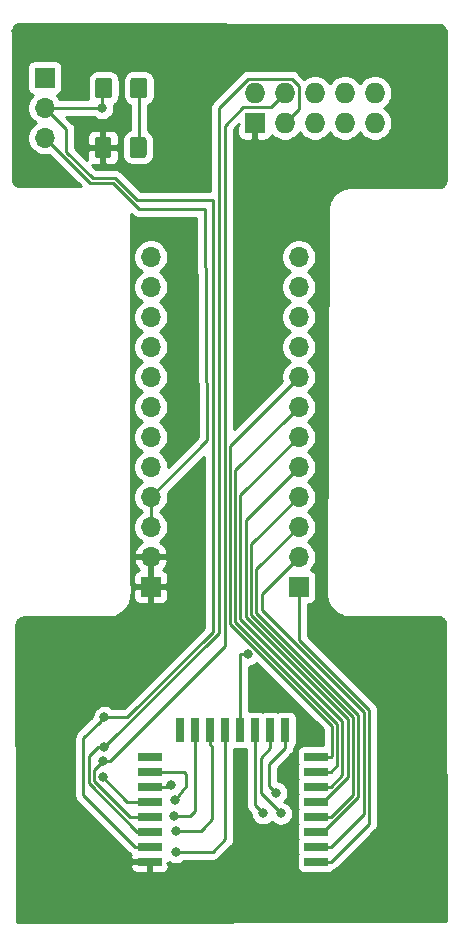
<source format=gbr>
G04 #@! TF.GenerationSoftware,KiCad,Pcbnew,(5.1.5)-3*
G04 #@! TF.CreationDate,2020-03-11T07:33:21-05:00*
G04 #@! TF.ProjectId,BreadboardBreakout,42726561-6462-46f6-9172-64427265616b,rev?*
G04 #@! TF.SameCoordinates,Original*
G04 #@! TF.FileFunction,Copper,L2,Bot*
G04 #@! TF.FilePolarity,Positive*
%FSLAX46Y46*%
G04 Gerber Fmt 4.6, Leading zero omitted, Abs format (unit mm)*
G04 Created by KiCad (PCBNEW (5.1.5)-3) date 2020-03-11 07:33:21*
%MOMM*%
%LPD*%
G04 APERTURE LIST*
%ADD10O,1.700000X1.700000*%
%ADD11R,1.700000X1.700000*%
%ADD12R,1.727200X1.727200*%
%ADD13O,1.727200X1.727200*%
%ADD14R,2.000000X0.700000*%
%ADD15R,0.700000X2.000000*%
%ADD16C,0.100000*%
%ADD17C,0.800000*%
%ADD18C,0.250000*%
%ADD19C,0.254000*%
G04 APERTURE END LIST*
D10*
X-6260000Y22940000D03*
X-6260000Y20400000D03*
X-6260000Y17860000D03*
X-6260000Y15320000D03*
X-6260000Y12780000D03*
X-6260000Y10240000D03*
X-6260000Y7700000D03*
X-6260000Y5160000D03*
X-6260000Y2620000D03*
X-6260000Y80000D03*
X-6260000Y-2460000D03*
D11*
X-6260000Y-5000000D03*
D10*
X6260000Y22940000D03*
X6260000Y20400000D03*
X6260000Y17860000D03*
X6260000Y15320000D03*
X6260000Y12780000D03*
X6260000Y10240000D03*
X6260000Y7700000D03*
X6260000Y5160000D03*
X6260000Y2620000D03*
X6260000Y80000D03*
X6260000Y-2460000D03*
D11*
X6260000Y-5000000D03*
D12*
X2540000Y34290000D03*
D13*
X2540000Y36830000D03*
X5080000Y34290000D03*
X5080000Y36830000D03*
X7620000Y34290000D03*
X7620000Y36830000D03*
X10160000Y34290000D03*
X10160000Y36830000D03*
X12700000Y34290000D03*
X12700000Y36830000D03*
D11*
X-15240000Y38100000D03*
D10*
X-15240000Y35560000D03*
X-15240000Y33020000D03*
D14*
X7735800Y-19385800D03*
X7735800Y-20655800D03*
X7735800Y-21925800D03*
X7735800Y-23195800D03*
X7735800Y-24465800D03*
X7735800Y-25735800D03*
X7735800Y-27005800D03*
X7735800Y-28275800D03*
D15*
X-3774200Y-17125800D03*
X-2504200Y-17125800D03*
X-1234200Y-17125800D03*
X35800Y-17125800D03*
X1305800Y-17125800D03*
X2575800Y-17125800D03*
X3845800Y-17125800D03*
X5115800Y-17125800D03*
D14*
X-6364200Y-28275800D03*
X-6364200Y-27005800D03*
X-6364200Y-25735800D03*
X-6364200Y-24465800D03*
X-6364200Y-23195800D03*
X-6364200Y-21925800D03*
X-6364200Y-20655800D03*
X-6364200Y-19385800D03*
G04 #@! TA.AperFunction,SMDPad,CuDef*
D16*
G36*
X-6793897Y38108995D02*
G01*
X-6769628Y38105395D01*
X-6745830Y38099434D01*
X-6722730Y38091169D01*
X-6700552Y38080679D01*
X-6679508Y38068066D01*
X-6659803Y38053452D01*
X-6641624Y38036976D01*
X-6625148Y38018797D01*
X-6610534Y37999092D01*
X-6597921Y37978048D01*
X-6587431Y37955870D01*
X-6579166Y37932770D01*
X-6573205Y37908972D01*
X-6569605Y37884703D01*
X-6568401Y37860199D01*
X-6568401Y36610199D01*
X-6569605Y36585695D01*
X-6573205Y36561426D01*
X-6579166Y36537628D01*
X-6587431Y36514528D01*
X-6597921Y36492350D01*
X-6610534Y36471306D01*
X-6625148Y36451601D01*
X-6641624Y36433422D01*
X-6659803Y36416946D01*
X-6679508Y36402332D01*
X-6700552Y36389719D01*
X-6722730Y36379229D01*
X-6745830Y36370964D01*
X-6769628Y36365003D01*
X-6793897Y36361403D01*
X-6818401Y36360199D01*
X-7743401Y36360199D01*
X-7767905Y36361403D01*
X-7792174Y36365003D01*
X-7815972Y36370964D01*
X-7839072Y36379229D01*
X-7861250Y36389719D01*
X-7882294Y36402332D01*
X-7901999Y36416946D01*
X-7920178Y36433422D01*
X-7936654Y36451601D01*
X-7951268Y36471306D01*
X-7963881Y36492350D01*
X-7974371Y36514528D01*
X-7982636Y36537628D01*
X-7988597Y36561426D01*
X-7992197Y36585695D01*
X-7993401Y36610199D01*
X-7993401Y37860199D01*
X-7992197Y37884703D01*
X-7988597Y37908972D01*
X-7982636Y37932770D01*
X-7974371Y37955870D01*
X-7963881Y37978048D01*
X-7951268Y37999092D01*
X-7936654Y38018797D01*
X-7920178Y38036976D01*
X-7901999Y38053452D01*
X-7882294Y38068066D01*
X-7861250Y38080679D01*
X-7839072Y38091169D01*
X-7815972Y38099434D01*
X-7792174Y38105395D01*
X-7767905Y38108995D01*
X-7743401Y38110199D01*
X-6818401Y38110199D01*
X-6793897Y38108995D01*
G37*
G04 #@! TD.AperFunction*
G04 #@! TA.AperFunction,SMDPad,CuDef*
G36*
X-9768897Y38108995D02*
G01*
X-9744628Y38105395D01*
X-9720830Y38099434D01*
X-9697730Y38091169D01*
X-9675552Y38080679D01*
X-9654508Y38068066D01*
X-9634803Y38053452D01*
X-9616624Y38036976D01*
X-9600148Y38018797D01*
X-9585534Y37999092D01*
X-9572921Y37978048D01*
X-9562431Y37955870D01*
X-9554166Y37932770D01*
X-9548205Y37908972D01*
X-9544605Y37884703D01*
X-9543401Y37860199D01*
X-9543401Y36610199D01*
X-9544605Y36585695D01*
X-9548205Y36561426D01*
X-9554166Y36537628D01*
X-9562431Y36514528D01*
X-9572921Y36492350D01*
X-9585534Y36471306D01*
X-9600148Y36451601D01*
X-9616624Y36433422D01*
X-9634803Y36416946D01*
X-9654508Y36402332D01*
X-9675552Y36389719D01*
X-9697730Y36379229D01*
X-9720830Y36370964D01*
X-9744628Y36365003D01*
X-9768897Y36361403D01*
X-9793401Y36360199D01*
X-10718401Y36360199D01*
X-10742905Y36361403D01*
X-10767174Y36365003D01*
X-10790972Y36370964D01*
X-10814072Y36379229D01*
X-10836250Y36389719D01*
X-10857294Y36402332D01*
X-10876999Y36416946D01*
X-10895178Y36433422D01*
X-10911654Y36451601D01*
X-10926268Y36471306D01*
X-10938881Y36492350D01*
X-10949371Y36514528D01*
X-10957636Y36537628D01*
X-10963597Y36561426D01*
X-10967197Y36585695D01*
X-10968401Y36610199D01*
X-10968401Y37860199D01*
X-10967197Y37884703D01*
X-10963597Y37908972D01*
X-10957636Y37932770D01*
X-10949371Y37955870D01*
X-10938881Y37978048D01*
X-10926268Y37999092D01*
X-10911654Y38018797D01*
X-10895178Y38036976D01*
X-10876999Y38053452D01*
X-10857294Y38068066D01*
X-10836250Y38080679D01*
X-10814072Y38091169D01*
X-10790972Y38099434D01*
X-10767174Y38105395D01*
X-10742905Y38108995D01*
X-10718401Y38110199D01*
X-9793401Y38110199D01*
X-9768897Y38108995D01*
G37*
G04 #@! TD.AperFunction*
G04 #@! TA.AperFunction,SMDPad,CuDef*
G36*
X-9825396Y33080996D02*
G01*
X-9801127Y33077396D01*
X-9777329Y33071435D01*
X-9754229Y33063170D01*
X-9732051Y33052680D01*
X-9711007Y33040067D01*
X-9691302Y33025453D01*
X-9673123Y33008977D01*
X-9656647Y32990798D01*
X-9642033Y32971093D01*
X-9629420Y32950049D01*
X-9618930Y32927871D01*
X-9610665Y32904771D01*
X-9604704Y32880973D01*
X-9601104Y32856704D01*
X-9599900Y32832200D01*
X-9599900Y31582200D01*
X-9601104Y31557696D01*
X-9604704Y31533427D01*
X-9610665Y31509629D01*
X-9618930Y31486529D01*
X-9629420Y31464351D01*
X-9642033Y31443307D01*
X-9656647Y31423602D01*
X-9673123Y31405423D01*
X-9691302Y31388947D01*
X-9711007Y31374333D01*
X-9732051Y31361720D01*
X-9754229Y31351230D01*
X-9777329Y31342965D01*
X-9801127Y31337004D01*
X-9825396Y31333404D01*
X-9849900Y31332200D01*
X-10774900Y31332200D01*
X-10799404Y31333404D01*
X-10823673Y31337004D01*
X-10847471Y31342965D01*
X-10870571Y31351230D01*
X-10892749Y31361720D01*
X-10913793Y31374333D01*
X-10933498Y31388947D01*
X-10951677Y31405423D01*
X-10968153Y31423602D01*
X-10982767Y31443307D01*
X-10995380Y31464351D01*
X-11005870Y31486529D01*
X-11014135Y31509629D01*
X-11020096Y31533427D01*
X-11023696Y31557696D01*
X-11024900Y31582200D01*
X-11024900Y32832200D01*
X-11023696Y32856704D01*
X-11020096Y32880973D01*
X-11014135Y32904771D01*
X-11005870Y32927871D01*
X-10995380Y32950049D01*
X-10982767Y32971093D01*
X-10968153Y32990798D01*
X-10951677Y33008977D01*
X-10933498Y33025453D01*
X-10913793Y33040067D01*
X-10892749Y33052680D01*
X-10870571Y33063170D01*
X-10847471Y33071435D01*
X-10823673Y33077396D01*
X-10799404Y33080996D01*
X-10774900Y33082200D01*
X-9849900Y33082200D01*
X-9825396Y33080996D01*
G37*
G04 #@! TD.AperFunction*
G04 #@! TA.AperFunction,SMDPad,CuDef*
G36*
X-6850396Y33080996D02*
G01*
X-6826127Y33077396D01*
X-6802329Y33071435D01*
X-6779229Y33063170D01*
X-6757051Y33052680D01*
X-6736007Y33040067D01*
X-6716302Y33025453D01*
X-6698123Y33008977D01*
X-6681647Y32990798D01*
X-6667033Y32971093D01*
X-6654420Y32950049D01*
X-6643930Y32927871D01*
X-6635665Y32904771D01*
X-6629704Y32880973D01*
X-6626104Y32856704D01*
X-6624900Y32832200D01*
X-6624900Y31582200D01*
X-6626104Y31557696D01*
X-6629704Y31533427D01*
X-6635665Y31509629D01*
X-6643930Y31486529D01*
X-6654420Y31464351D01*
X-6667033Y31443307D01*
X-6681647Y31423602D01*
X-6698123Y31405423D01*
X-6716302Y31388947D01*
X-6736007Y31374333D01*
X-6757051Y31361720D01*
X-6779229Y31351230D01*
X-6802329Y31342965D01*
X-6826127Y31337004D01*
X-6850396Y31333404D01*
X-6874900Y31332200D01*
X-7799900Y31332200D01*
X-7824404Y31333404D01*
X-7848673Y31337004D01*
X-7872471Y31342965D01*
X-7895571Y31351230D01*
X-7917749Y31361720D01*
X-7938793Y31374333D01*
X-7958498Y31388947D01*
X-7976677Y31405423D01*
X-7993153Y31423602D01*
X-8007767Y31443307D01*
X-8020380Y31464351D01*
X-8030870Y31486529D01*
X-8039135Y31509629D01*
X-8045096Y31533427D01*
X-8048696Y31557696D01*
X-8049900Y31582200D01*
X-8049900Y32832200D01*
X-8048696Y32856704D01*
X-8045096Y32880973D01*
X-8039135Y32904771D01*
X-8030870Y32927871D01*
X-8020380Y32950049D01*
X-8007767Y32971093D01*
X-7993153Y32990798D01*
X-7976677Y33008977D01*
X-7958498Y33025453D01*
X-7938793Y33040067D01*
X-7917749Y33052680D01*
X-7895571Y33063170D01*
X-7872471Y33071435D01*
X-7848673Y33077396D01*
X-7824404Y33080996D01*
X-7799900Y33082200D01*
X-6874900Y33082200D01*
X-6850396Y33080996D01*
G37*
G04 #@! TD.AperFunction*
D17*
X-4140200Y-27432000D03*
X-4104673Y-25689527D03*
X-4276997Y-24374203D03*
X-4216400Y-23063200D03*
X-4559300Y-21805900D03*
X-10337800Y-21107400D03*
X-10312400Y-19735800D03*
X-10185400Y-18592800D03*
X4327458Y-22444142D03*
X4742270Y-24188330D03*
X3246192Y-24160408D03*
X1955800Y-10718800D03*
X-10185400Y-16027400D03*
X-10388600Y35560000D03*
D18*
X35800Y-18375800D02*
X50800Y-18390800D01*
X35800Y-17125800D02*
X35800Y-18375800D01*
X50800Y-18390800D02*
X50800Y-26365200D01*
X50800Y-26365200D02*
X-1016000Y-27432000D01*
X-1016000Y-27432000D02*
X-4140200Y-27432000D01*
X-2032000Y-25679400D02*
X-4104673Y-25689527D01*
X-1234200Y-18375800D02*
X-1117600Y-18492400D01*
X-1234200Y-17125800D02*
X-1234200Y-18375800D01*
X-1117600Y-24688800D02*
X-1854200Y-25501600D01*
X-1117600Y-18492400D02*
X-1117600Y-24688800D01*
X-1854200Y-25501600D02*
X-2032000Y-25679400D01*
X-2962003Y-24374203D02*
X-4276997Y-24374203D01*
X-2540000Y-23952200D02*
X-2962003Y-24374203D01*
X-2540000Y-18411600D02*
X-2540000Y-23952200D01*
X-2504200Y-17125800D02*
X-2504200Y-18375800D01*
X-2504200Y-18375800D02*
X-2540000Y-18411600D01*
X-3409200Y-20655800D02*
X-6364200Y-20655800D01*
X-4216400Y-23063200D02*
X-3251200Y-21820000D01*
X-3251200Y-21820000D02*
X-3251200Y-20813800D01*
X-3251200Y-20813800D02*
X-3409200Y-20655800D01*
X-4679200Y-21925800D02*
X-4559300Y-21805900D01*
X-6364200Y-21925800D02*
X-4679200Y-21925800D01*
X-8249400Y-23195800D02*
X-10337800Y-21107400D01*
X-6364200Y-23195800D02*
X-8249400Y-23195800D01*
X-10712399Y-20135799D02*
X-10312400Y-19735800D01*
X-11062801Y-20486201D02*
X-10712399Y-20135799D01*
X-11062801Y-21455401D02*
X-11062801Y-20486201D01*
X-8052402Y-24465800D02*
X-11062801Y-21455401D01*
X-6364200Y-24465800D02*
X-8052402Y-24465800D01*
X3891399Y35641399D02*
X4216401Y35966401D01*
X1579197Y35641399D02*
X3891399Y35641399D01*
X-18210Y34043992D02*
X1579197Y35641399D01*
X-18210Y-10007295D02*
X-18210Y34043992D01*
X-9746715Y-19735800D02*
X-18210Y-10007295D01*
X4216401Y35966401D02*
X5080000Y36830000D01*
X-10312400Y-19735800D02*
X-9746715Y-19735800D01*
X-10751085Y-18592800D02*
X-10185400Y-18592800D01*
X-11512810Y-19354525D02*
X-10751085Y-18592800D01*
X-11512810Y-21641802D02*
X-11512810Y-19354525D01*
X-7418812Y-25735800D02*
X-11512810Y-21641802D01*
X-6364200Y-25735800D02*
X-7418812Y-25735800D01*
X6268601Y35478601D02*
X5943599Y35153599D01*
X5943599Y35153599D02*
X5080000Y34290000D01*
X6268601Y37400529D02*
X6268601Y35478601D01*
X5650529Y38018601D02*
X6268601Y37400529D01*
X1969471Y38018601D02*
X5650529Y38018601D01*
X-468220Y35580910D02*
X1969471Y38018601D01*
X-468220Y-8875620D02*
X-468220Y35580910D01*
X-10185400Y-18592800D02*
X-468220Y-8875620D01*
X8985800Y-28275800D02*
X12217664Y-25043936D01*
X7735800Y-28275800D02*
X8985800Y-28275800D01*
X12217664Y-25043936D02*
X12217663Y-15437823D01*
X6260000Y-9480160D02*
X6260000Y-5000000D01*
X12217663Y-15437823D02*
X6260000Y-9480160D01*
X8985800Y-27005800D02*
X11767654Y-24223944D01*
X7735800Y-27005800D02*
X8985800Y-27005800D01*
X11767654Y-24223944D02*
X11767654Y-15624224D01*
X11767654Y-15624224D02*
X3131860Y-6988430D01*
X3131860Y-5588140D02*
X6260000Y-2460000D01*
X3131860Y-6988430D02*
X3131860Y-5588140D01*
X8352200Y-25735800D02*
X11317646Y-22770362D01*
X7735800Y-25735800D02*
X8352200Y-25735800D01*
X11317646Y-22770362D02*
X11317645Y-15810625D01*
X11317645Y-15810625D02*
X2681850Y-7174830D01*
X2681850Y-3498150D02*
X6260000Y80000D01*
X2681850Y-7174830D02*
X2681850Y-3498150D01*
X8985800Y-24465800D02*
X10867636Y-22583962D01*
X7735800Y-24465800D02*
X8985800Y-24465800D01*
X10867636Y-22583962D02*
X10867636Y-15997026D01*
X10867636Y-15997026D02*
X2231840Y-7361230D01*
X2231840Y-1408160D02*
X6260000Y2620000D01*
X2231840Y-7361230D02*
X2231840Y-1408160D01*
X1781830Y681830D02*
X6260000Y5160000D01*
X8352210Y-23195800D02*
X10417628Y-21130380D01*
X7735800Y-23195800D02*
X8352210Y-23195800D01*
X10417627Y-16183427D02*
X1781830Y-7547630D01*
X10417628Y-21130380D02*
X10417627Y-16183427D01*
X1781830Y-7547630D02*
X1781830Y681830D01*
X7735800Y-21925800D02*
X8985800Y-21925800D01*
X9967619Y-20943981D02*
X9967618Y-16384796D01*
X8985800Y-21925800D02*
X9967619Y-20943981D01*
X9967618Y-16384796D02*
X1331820Y-7748998D01*
X1331820Y2771820D02*
X6260000Y7700000D01*
X1331820Y-7748998D02*
X1331820Y2771820D01*
X9517610Y-20123990D02*
X9517609Y-16571197D01*
X7735800Y-20655800D02*
X8985800Y-20655800D01*
X8985800Y-20655800D02*
X9517610Y-20123990D01*
X5410001Y9390001D02*
X6260000Y10240000D01*
X881810Y4861810D02*
X5410001Y9390001D01*
X881810Y-7935398D02*
X881810Y4861810D01*
X9517609Y-16571197D02*
X881810Y-7935398D01*
X8985800Y-19385800D02*
X9067600Y-19304000D01*
X7735800Y-19385800D02*
X8985800Y-19385800D01*
X9067600Y-16757598D02*
X431800Y-8121798D01*
X9067600Y-19304000D02*
X9067600Y-16757598D01*
X431800Y6951800D02*
X6260000Y12780000D01*
X431800Y-8121798D02*
X431800Y6951800D01*
X3708400Y-21825084D02*
X4327458Y-22444142D01*
X3708400Y-20036000D02*
X3708400Y-21825084D01*
X5115800Y-17125800D02*
X5115800Y-18628600D01*
X5115800Y-18628600D02*
X3708400Y-20036000D01*
X3845800Y-17125800D02*
X3845800Y-18633200D01*
X3845800Y-18633200D02*
X3025810Y-19453190D01*
X3025810Y-22471870D02*
X4742270Y-24188330D01*
X3025810Y-19453190D02*
X3025810Y-22471870D01*
X2575800Y-23490016D02*
X3246192Y-24160408D01*
X2575800Y-17125800D02*
X2575800Y-23490016D01*
X1346200Y-10718800D02*
X1955800Y-10718800D01*
X1305800Y-17125800D02*
X1305800Y-10678400D01*
X1305800Y-10678400D02*
X1346200Y-10718800D01*
X-6260000Y1417919D02*
X-6260000Y80000D01*
X-6260000Y2620000D02*
X-6260000Y1417919D01*
X-1466010Y7413990D02*
X-1676400Y26974800D01*
X-6260000Y2620000D02*
X-1466010Y7413990D01*
X-1676400Y26974800D02*
X-7264400Y26974800D01*
X-7264400Y26974800D02*
X-9448800Y29159200D01*
X-11379200Y29159200D02*
X-15240000Y33020000D01*
X-9448800Y29159200D02*
X-11379200Y29159200D01*
X-10585399Y-16427399D02*
X-10185400Y-16027400D01*
X-11962819Y-17804819D02*
X-10585399Y-16427399D01*
X-11962819Y-22657181D02*
X-11962819Y-17804819D01*
X-7614200Y-27005800D02*
X-11962819Y-22657181D01*
X-6364200Y-27005800D02*
X-7614200Y-27005800D01*
X-10185400Y-16027400D02*
X-8256410Y-16027400D01*
X-1016000Y-8786990D02*
X-1016000Y27787600D01*
X-8256410Y-16027400D02*
X-1016000Y-8786990D01*
X-7440790Y27787600D02*
X-9262400Y29609210D01*
X-1016000Y27787600D02*
X-7440790Y27787600D01*
X-9262400Y29609210D02*
X-11192800Y29609210D01*
X-11192800Y29609210D02*
X-13411200Y31827610D01*
X-13411200Y33731200D02*
X-15240000Y35560000D01*
X-13411200Y31827610D02*
X-13411200Y33731200D01*
X-10388600Y37102500D02*
X-10255901Y37235199D01*
X-10388600Y35560000D02*
X-10388600Y37102500D01*
X-15240000Y35560000D02*
X-10388600Y35560000D01*
X-7280901Y32263699D02*
X-7337400Y32207200D01*
X-7280901Y37235199D02*
X-7280901Y32263699D01*
D19*
G36*
X-17459423Y42647469D02*
G01*
X18016214Y42576184D01*
X18116869Y42585894D01*
X18133606Y42590934D01*
X18142717Y42590380D01*
X18272800Y42556306D01*
X18393785Y42497615D01*
X18501073Y42416538D01*
X18590561Y42316174D01*
X18658854Y42200334D01*
X18697206Y42090953D01*
X18695187Y42070369D01*
X18700264Y29530932D01*
X18710217Y29430300D01*
X18714913Y29414842D01*
X18714380Y29406083D01*
X18680306Y29276000D01*
X18621614Y29155013D01*
X18540540Y29047730D01*
X18440173Y28958239D01*
X18324335Y28889946D01*
X18189574Y28842697D01*
X18105834Y28828600D01*
X10559381Y28828600D01*
X10462417Y28819050D01*
X10440614Y28812436D01*
X10288498Y28786829D01*
X10238698Y28773340D01*
X10188404Y28761801D01*
X10179686Y28758813D01*
X9930651Y28671497D01*
X9876414Y28646296D01*
X9821807Y28621845D01*
X9813837Y28617220D01*
X9586504Y28483196D01*
X9538173Y28447925D01*
X9489376Y28413347D01*
X9482455Y28407263D01*
X9285485Y28231636D01*
X9244959Y28187686D01*
X9203772Y28144251D01*
X9198165Y28136937D01*
X9039059Y27926397D01*
X9007801Y27875345D01*
X8975879Y27824808D01*
X8971799Y27816545D01*
X8856616Y27579109D01*
X8835892Y27523019D01*
X8814369Y27467179D01*
X8811972Y27458281D01*
X8745102Y27202995D01*
X8735665Y27143935D01*
X8725401Y27084995D01*
X8724778Y27075801D01*
X8709590Y26825946D01*
X8707677Y26807242D01*
X8585483Y-5719539D01*
X8594669Y-5816538D01*
X8601557Y-5839554D01*
X8627371Y-5992902D01*
X8640862Y-6042709D01*
X8652399Y-6092997D01*
X8655387Y-6101714D01*
X8742704Y-6350749D01*
X8767902Y-6404981D01*
X8792355Y-6459592D01*
X8796980Y-6467563D01*
X8931004Y-6694896D01*
X8966246Y-6743186D01*
X9000852Y-6792024D01*
X9006937Y-6798944D01*
X9182564Y-6995915D01*
X9226514Y-7036441D01*
X9269949Y-7077628D01*
X9277262Y-7083235D01*
X9487803Y-7242341D01*
X9538846Y-7273593D01*
X9589392Y-7305521D01*
X9597655Y-7309601D01*
X9835091Y-7424784D01*
X9891181Y-7445508D01*
X9947021Y-7467031D01*
X9955919Y-7469428D01*
X10211205Y-7536298D01*
X10270253Y-7545733D01*
X10329204Y-7555999D01*
X10338399Y-7556622D01*
X10591091Y-7571982D01*
X10612651Y-7574000D01*
X17914703Y-7538447D01*
X18091917Y-7549220D01*
X18222000Y-7583294D01*
X18342985Y-7641985D01*
X18450273Y-7723062D01*
X18539761Y-7823426D01*
X18608054Y-7939266D01*
X18655303Y-8074022D01*
X18669532Y-8158551D01*
X18729613Y-33327032D01*
X-17598625Y-33372901D01*
X-17609965Y-28625800D01*
X-8002272Y-28625800D01*
X-7990012Y-28750282D01*
X-7953702Y-28869980D01*
X-7894737Y-28980294D01*
X-7815385Y-29076985D01*
X-7718694Y-29156337D01*
X-7608380Y-29215302D01*
X-7488682Y-29251612D01*
X-7364200Y-29263872D01*
X-6649950Y-29260800D01*
X-6491200Y-29102050D01*
X-6491200Y-28402800D01*
X-7840450Y-28402800D01*
X-7999200Y-28561550D01*
X-8002272Y-28625800D01*
X-17609965Y-28625800D01*
X-17658403Y-8349720D01*
X-17647580Y-8171683D01*
X-17613506Y-8041600D01*
X-17554815Y-7920615D01*
X-17473738Y-7813327D01*
X-17373374Y-7723839D01*
X-17257534Y-7655546D01*
X-17122778Y-7608297D01*
X-17039034Y-7594200D01*
X-9746581Y-7594200D01*
X-9649617Y-7584650D01*
X-9627814Y-7578036D01*
X-9475698Y-7552429D01*
X-9425891Y-7538938D01*
X-9375603Y-7527401D01*
X-9366886Y-7524413D01*
X-9117851Y-7437096D01*
X-9063619Y-7411898D01*
X-9009008Y-7387445D01*
X-9001037Y-7382820D01*
X-8773704Y-7248796D01*
X-8725414Y-7213554D01*
X-8676576Y-7178948D01*
X-8669656Y-7172863D01*
X-8472685Y-6997236D01*
X-8432159Y-6953286D01*
X-8390972Y-6909851D01*
X-8385365Y-6902538D01*
X-8226259Y-6691997D01*
X-8195007Y-6640954D01*
X-8163079Y-6590408D01*
X-8158999Y-6582145D01*
X-8043816Y-6344709D01*
X-8023092Y-6288619D01*
X-8001569Y-6232779D01*
X-7999172Y-6223881D01*
X-7932302Y-5968595D01*
X-7922867Y-5909547D01*
X-7912601Y-5850596D01*
X-7912561Y-5850000D01*
X-7748072Y-5850000D01*
X-7735812Y-5974482D01*
X-7699502Y-6094180D01*
X-7640537Y-6204494D01*
X-7561185Y-6301185D01*
X-7464494Y-6380537D01*
X-7354180Y-6439502D01*
X-7234482Y-6475812D01*
X-7110000Y-6488072D01*
X-6545750Y-6485000D01*
X-6387000Y-6326250D01*
X-6387000Y-5127000D01*
X-6133000Y-5127000D01*
X-6133000Y-6326250D01*
X-5974250Y-6485000D01*
X-5410000Y-6488072D01*
X-5285518Y-6475812D01*
X-5165820Y-6439502D01*
X-5055506Y-6380537D01*
X-4958815Y-6301185D01*
X-4879463Y-6204494D01*
X-4820498Y-6094180D01*
X-4784188Y-5974482D01*
X-4771928Y-5850000D01*
X-4775000Y-5285750D01*
X-4933750Y-5127000D01*
X-6133000Y-5127000D01*
X-6387000Y-5127000D01*
X-7586250Y-5127000D01*
X-7745000Y-5285750D01*
X-7748072Y-5850000D01*
X-7912561Y-5850000D01*
X-7911978Y-5841401D01*
X-7896680Y-5589733D01*
X-7894696Y-5569231D01*
X-7897130Y-4150000D01*
X-7748072Y-4150000D01*
X-7745000Y-4714250D01*
X-7586250Y-4873000D01*
X-6387000Y-4873000D01*
X-6387000Y-2587000D01*
X-6133000Y-2587000D01*
X-6133000Y-4873000D01*
X-4933750Y-4873000D01*
X-4775000Y-4714250D01*
X-4771928Y-4150000D01*
X-4784188Y-4025518D01*
X-4820498Y-3905820D01*
X-4879463Y-3795506D01*
X-4958815Y-3698815D01*
X-5055506Y-3619463D01*
X-5165820Y-3560498D01*
X-5246466Y-3536034D01*
X-5162412Y-3460269D01*
X-4988359Y-3226920D01*
X-4863175Y-2964099D01*
X-4818524Y-2816890D01*
X-4939845Y-2587000D01*
X-6133000Y-2587000D01*
X-6387000Y-2587000D01*
X-7580155Y-2587000D01*
X-7701476Y-2816890D01*
X-7656825Y-2964099D01*
X-7531641Y-3226920D01*
X-7357588Y-3460269D01*
X-7273534Y-3536034D01*
X-7354180Y-3560498D01*
X-7464494Y-3619463D01*
X-7561185Y-3698815D01*
X-7640537Y-3795506D01*
X-7699502Y-3905820D01*
X-7735812Y-4025518D01*
X-7748072Y-4150000D01*
X-7897130Y-4150000D01*
X-7949845Y26585443D01*
X-7828199Y26463797D01*
X-7804401Y26434799D01*
X-7775403Y26411001D01*
X-7688677Y26339826D01*
X-7564856Y26273642D01*
X-7556647Y26269254D01*
X-7413386Y26225797D01*
X-7301733Y26214800D01*
X-7301724Y26214800D01*
X-7264401Y26211124D01*
X-7227078Y26214800D01*
X-2428269Y26214800D01*
X-2229403Y7725399D01*
X-4775000Y5179801D01*
X-4775000Y5306260D01*
X-4832068Y5593158D01*
X-4944010Y5863411D01*
X-5106525Y6106632D01*
X-5313368Y6313475D01*
X-5487760Y6430000D01*
X-5313368Y6546525D01*
X-5106525Y6753368D01*
X-4944010Y6996589D01*
X-4832068Y7266842D01*
X-4775000Y7553740D01*
X-4775000Y7846260D01*
X-4832068Y8133158D01*
X-4944010Y8403411D01*
X-5106525Y8646632D01*
X-5313368Y8853475D01*
X-5487760Y8970000D01*
X-5313368Y9086525D01*
X-5106525Y9293368D01*
X-4944010Y9536589D01*
X-4832068Y9806842D01*
X-4775000Y10093740D01*
X-4775000Y10386260D01*
X-4832068Y10673158D01*
X-4944010Y10943411D01*
X-5106525Y11186632D01*
X-5313368Y11393475D01*
X-5487760Y11510000D01*
X-5313368Y11626525D01*
X-5106525Y11833368D01*
X-4944010Y12076589D01*
X-4832068Y12346842D01*
X-4775000Y12633740D01*
X-4775000Y12926260D01*
X-4832068Y13213158D01*
X-4944010Y13483411D01*
X-5106525Y13726632D01*
X-5313368Y13933475D01*
X-5487760Y14050000D01*
X-5313368Y14166525D01*
X-5106525Y14373368D01*
X-4944010Y14616589D01*
X-4832068Y14886842D01*
X-4775000Y15173740D01*
X-4775000Y15466260D01*
X-4832068Y15753158D01*
X-4944010Y16023411D01*
X-5106525Y16266632D01*
X-5313368Y16473475D01*
X-5487760Y16590000D01*
X-5313368Y16706525D01*
X-5106525Y16913368D01*
X-4944010Y17156589D01*
X-4832068Y17426842D01*
X-4775000Y17713740D01*
X-4775000Y18006260D01*
X-4832068Y18293158D01*
X-4944010Y18563411D01*
X-5106525Y18806632D01*
X-5313368Y19013475D01*
X-5487760Y19130000D01*
X-5313368Y19246525D01*
X-5106525Y19453368D01*
X-4944010Y19696589D01*
X-4832068Y19966842D01*
X-4775000Y20253740D01*
X-4775000Y20546260D01*
X-4832068Y20833158D01*
X-4944010Y21103411D01*
X-5106525Y21346632D01*
X-5313368Y21553475D01*
X-5487760Y21670000D01*
X-5313368Y21786525D01*
X-5106525Y21993368D01*
X-4944010Y22236589D01*
X-4832068Y22506842D01*
X-4775000Y22793740D01*
X-4775000Y23086260D01*
X-4832068Y23373158D01*
X-4944010Y23643411D01*
X-5106525Y23886632D01*
X-5313368Y24093475D01*
X-5556589Y24255990D01*
X-5826842Y24367932D01*
X-6113740Y24425000D01*
X-6406260Y24425000D01*
X-6693158Y24367932D01*
X-6963411Y24255990D01*
X-7206632Y24093475D01*
X-7413475Y23886632D01*
X-7575990Y23643411D01*
X-7687932Y23373158D01*
X-7745000Y23086260D01*
X-7745000Y22793740D01*
X-7687932Y22506842D01*
X-7575990Y22236589D01*
X-7413475Y21993368D01*
X-7206632Y21786525D01*
X-7032240Y21670000D01*
X-7206632Y21553475D01*
X-7413475Y21346632D01*
X-7575990Y21103411D01*
X-7687932Y20833158D01*
X-7745000Y20546260D01*
X-7745000Y20253740D01*
X-7687932Y19966842D01*
X-7575990Y19696589D01*
X-7413475Y19453368D01*
X-7206632Y19246525D01*
X-7032240Y19130000D01*
X-7206632Y19013475D01*
X-7413475Y18806632D01*
X-7575990Y18563411D01*
X-7687932Y18293158D01*
X-7745000Y18006260D01*
X-7745000Y17713740D01*
X-7687932Y17426842D01*
X-7575990Y17156589D01*
X-7413475Y16913368D01*
X-7206632Y16706525D01*
X-7032240Y16590000D01*
X-7206632Y16473475D01*
X-7413475Y16266632D01*
X-7575990Y16023411D01*
X-7687932Y15753158D01*
X-7745000Y15466260D01*
X-7745000Y15173740D01*
X-7687932Y14886842D01*
X-7575990Y14616589D01*
X-7413475Y14373368D01*
X-7206632Y14166525D01*
X-7032240Y14050000D01*
X-7206632Y13933475D01*
X-7413475Y13726632D01*
X-7575990Y13483411D01*
X-7687932Y13213158D01*
X-7745000Y12926260D01*
X-7745000Y12633740D01*
X-7687932Y12346842D01*
X-7575990Y12076589D01*
X-7413475Y11833368D01*
X-7206632Y11626525D01*
X-7032240Y11510000D01*
X-7206632Y11393475D01*
X-7413475Y11186632D01*
X-7575990Y10943411D01*
X-7687932Y10673158D01*
X-7745000Y10386260D01*
X-7745000Y10093740D01*
X-7687932Y9806842D01*
X-7575990Y9536589D01*
X-7413475Y9293368D01*
X-7206632Y9086525D01*
X-7032240Y8970000D01*
X-7206632Y8853475D01*
X-7413475Y8646632D01*
X-7575990Y8403411D01*
X-7687932Y8133158D01*
X-7745000Y7846260D01*
X-7745000Y7553740D01*
X-7687932Y7266842D01*
X-7575990Y6996589D01*
X-7413475Y6753368D01*
X-7206632Y6546525D01*
X-7032240Y6430000D01*
X-7206632Y6313475D01*
X-7413475Y6106632D01*
X-7575990Y5863411D01*
X-7687932Y5593158D01*
X-7745000Y5306260D01*
X-7745000Y5013740D01*
X-7687932Y4726842D01*
X-7575990Y4456589D01*
X-7413475Y4213368D01*
X-7206632Y4006525D01*
X-7032240Y3890000D01*
X-7206632Y3773475D01*
X-7413475Y3566632D01*
X-7575990Y3323411D01*
X-7687932Y3053158D01*
X-7745000Y2766260D01*
X-7745000Y2473740D01*
X-7687932Y2186842D01*
X-7575990Y1916589D01*
X-7413475Y1673368D01*
X-7206632Y1466525D01*
X-7032240Y1350000D01*
X-7206632Y1233475D01*
X-7413475Y1026632D01*
X-7575990Y783411D01*
X-7687932Y513158D01*
X-7745000Y226260D01*
X-7745000Y-66260D01*
X-7687932Y-353158D01*
X-7575990Y-623411D01*
X-7413475Y-866632D01*
X-7206632Y-1073475D01*
X-7024466Y-1195195D01*
X-7141355Y-1264822D01*
X-7357588Y-1459731D01*
X-7531641Y-1693080D01*
X-7656825Y-1955901D01*
X-7701476Y-2103110D01*
X-7580155Y-2333000D01*
X-6387000Y-2333000D01*
X-6387000Y-2313000D01*
X-6133000Y-2313000D01*
X-6133000Y-2333000D01*
X-4939845Y-2333000D01*
X-4818524Y-2103110D01*
X-4863175Y-1955901D01*
X-4988359Y-1693080D01*
X-5162412Y-1459731D01*
X-5378645Y-1264822D01*
X-5495534Y-1195195D01*
X-5313368Y-1073475D01*
X-5106525Y-866632D01*
X-4944010Y-623411D01*
X-4832068Y-353158D01*
X-4775000Y-66260D01*
X-4775000Y226260D01*
X-4832068Y513158D01*
X-4944010Y783411D01*
X-5106525Y1026632D01*
X-5313368Y1233475D01*
X-5487760Y1350000D01*
X-5313368Y1466525D01*
X-5106525Y1673368D01*
X-4944010Y1916589D01*
X-4832068Y2186842D01*
X-4775000Y2473740D01*
X-4775000Y2766260D01*
X-4818791Y2986408D01*
X-1776000Y6029199D01*
X-1776000Y-8472188D01*
X-8571211Y-15267400D01*
X-9481689Y-15267400D01*
X-9525626Y-15223463D01*
X-9695144Y-15110195D01*
X-9883502Y-15032174D01*
X-10083461Y-14992400D01*
X-10287339Y-14992400D01*
X-10487298Y-15032174D01*
X-10675656Y-15110195D01*
X-10845174Y-15223463D01*
X-10989337Y-15367626D01*
X-11102605Y-15537144D01*
X-11180626Y-15725502D01*
X-11220400Y-15925461D01*
X-11220400Y-15987598D01*
X-12473821Y-17241020D01*
X-12502819Y-17264818D01*
X-12526617Y-17293816D01*
X-12526618Y-17293817D01*
X-12597793Y-17380543D01*
X-12668365Y-17512573D01*
X-12679741Y-17550076D01*
X-12709421Y-17647923D01*
X-12711821Y-17655834D01*
X-12726495Y-17804819D01*
X-12722818Y-17842151D01*
X-12722819Y-22619858D01*
X-12726495Y-22657181D01*
X-12722819Y-22694503D01*
X-12722819Y-22694513D01*
X-12711822Y-22806166D01*
X-12672924Y-22934398D01*
X-12668365Y-22949427D01*
X-12597793Y-23081457D01*
X-12586707Y-23094965D01*
X-12502820Y-23197182D01*
X-12473816Y-23220985D01*
X-8177999Y-27516803D01*
X-8154201Y-27545801D01*
X-8125203Y-27569599D01*
X-8038477Y-27640774D01*
X-7962060Y-27681620D01*
X-7954868Y-27685464D01*
X-7990012Y-27801318D01*
X-8002272Y-27925800D01*
X-7999200Y-27990050D01*
X-7840450Y-28148800D01*
X-6491200Y-28148800D01*
X-6491200Y-28128800D01*
X-6237200Y-28128800D01*
X-6237200Y-28148800D01*
X-6217200Y-28148800D01*
X-6217200Y-28402800D01*
X-6237200Y-28402800D01*
X-6237200Y-29102050D01*
X-6078450Y-29260800D01*
X-5364200Y-29263872D01*
X-5239718Y-29251612D01*
X-5120020Y-29215302D01*
X-5009706Y-29156337D01*
X-4913015Y-29076985D01*
X-4833663Y-28980294D01*
X-4774698Y-28869980D01*
X-4738388Y-28750282D01*
X-4726128Y-28625800D01*
X-4729200Y-28561550D01*
X-4887948Y-28402802D01*
X-4729200Y-28402802D01*
X-4729200Y-28283227D01*
X-4630456Y-28349205D01*
X-4442098Y-28427226D01*
X-4242139Y-28467000D01*
X-4038261Y-28467000D01*
X-3838302Y-28427226D01*
X-3649944Y-28349205D01*
X-3480426Y-28235937D01*
X-3436489Y-28192000D01*
X-1053322Y-28192000D01*
X-1016000Y-28195676D01*
X-978678Y-28192000D01*
X-978667Y-28192000D01*
X-867014Y-28181003D01*
X-723753Y-28137546D01*
X-591724Y-28066974D01*
X-475999Y-27972001D01*
X-452196Y-27942998D01*
X561803Y-26928999D01*
X590801Y-26905201D01*
X617132Y-26873117D01*
X685774Y-26789477D01*
X756346Y-26657447D01*
X779376Y-26581525D01*
X799803Y-26514186D01*
X810800Y-26402533D01*
X810800Y-26402524D01*
X814476Y-26365201D01*
X810800Y-26327878D01*
X810800Y-18745388D01*
X831318Y-18751612D01*
X955800Y-18763872D01*
X1655800Y-18763872D01*
X1780282Y-18751612D01*
X1815800Y-18740838D01*
X1815801Y-23452684D01*
X1812124Y-23490016D01*
X1815801Y-23527349D01*
X1826798Y-23639002D01*
X1835114Y-23666417D01*
X1870254Y-23782262D01*
X1940826Y-23914292D01*
X2008691Y-23996985D01*
X2035800Y-24030017D01*
X2064797Y-24053815D01*
X2211192Y-24200210D01*
X2211192Y-24262347D01*
X2250966Y-24462306D01*
X2328987Y-24650664D01*
X2442255Y-24820182D01*
X2586418Y-24964345D01*
X2755936Y-25077613D01*
X2944294Y-25155634D01*
X3144253Y-25195408D01*
X3348131Y-25195408D01*
X3548090Y-25155634D01*
X3736448Y-25077613D01*
X3905966Y-24964345D01*
X3980270Y-24890041D01*
X4082496Y-24992267D01*
X4252014Y-25105535D01*
X4440372Y-25183556D01*
X4640331Y-25223330D01*
X4844209Y-25223330D01*
X5044168Y-25183556D01*
X5232526Y-25105535D01*
X5402044Y-24992267D01*
X5546207Y-24848104D01*
X5659475Y-24678586D01*
X5737496Y-24490228D01*
X5777270Y-24290269D01*
X5777270Y-24086391D01*
X5737496Y-23886432D01*
X5659475Y-23698074D01*
X5546207Y-23528556D01*
X5402044Y-23384393D01*
X5232526Y-23271125D01*
X5044168Y-23193104D01*
X5042532Y-23192779D01*
X5131395Y-23103916D01*
X5244663Y-22934398D01*
X5322684Y-22746040D01*
X5362458Y-22546081D01*
X5362458Y-22342203D01*
X5322684Y-22142244D01*
X5244663Y-21953886D01*
X5131395Y-21784368D01*
X4987232Y-21640205D01*
X4817714Y-21526937D01*
X4629356Y-21448916D01*
X4468400Y-21416900D01*
X4468400Y-20350801D01*
X5626803Y-19192399D01*
X5655801Y-19168601D01*
X5750774Y-19052876D01*
X5821346Y-18920847D01*
X5864803Y-18777586D01*
X5875800Y-18665933D01*
X5875800Y-18665924D01*
X5879476Y-18628601D01*
X5877578Y-18609326D01*
X5916985Y-18576985D01*
X5996337Y-18480294D01*
X6055302Y-18369980D01*
X6091612Y-18250282D01*
X6103872Y-18125800D01*
X6103872Y-16125800D01*
X6091612Y-16001318D01*
X6055302Y-15881620D01*
X5996337Y-15771306D01*
X5916985Y-15674615D01*
X5820294Y-15595263D01*
X5709980Y-15536298D01*
X5590282Y-15499988D01*
X5465800Y-15487728D01*
X4765800Y-15487728D01*
X4641318Y-15499988D01*
X4521620Y-15536298D01*
X4480800Y-15558117D01*
X4439980Y-15536298D01*
X4320282Y-15499988D01*
X4195800Y-15487728D01*
X3495800Y-15487728D01*
X3371318Y-15499988D01*
X3251620Y-15536298D01*
X3210800Y-15558117D01*
X3169980Y-15536298D01*
X3050282Y-15499988D01*
X2925800Y-15487728D01*
X2225800Y-15487728D01*
X2101318Y-15499988D01*
X2065800Y-15510762D01*
X2065800Y-11752197D01*
X2257698Y-11714026D01*
X2446056Y-11636005D01*
X2615574Y-11522737D01*
X2686756Y-11451555D01*
X8307601Y-17072402D01*
X8307600Y-18397728D01*
X6735800Y-18397728D01*
X6611318Y-18409988D01*
X6491620Y-18446298D01*
X6381306Y-18505263D01*
X6284615Y-18584615D01*
X6205263Y-18681306D01*
X6146298Y-18791620D01*
X6109988Y-18911318D01*
X6097728Y-19035800D01*
X6097728Y-19735800D01*
X6109988Y-19860282D01*
X6146298Y-19979980D01*
X6168117Y-20020800D01*
X6146298Y-20061620D01*
X6109988Y-20181318D01*
X6097728Y-20305800D01*
X6097728Y-21005800D01*
X6109988Y-21130282D01*
X6146298Y-21249980D01*
X6168117Y-21290800D01*
X6146298Y-21331620D01*
X6109988Y-21451318D01*
X6097728Y-21575800D01*
X6097728Y-22275800D01*
X6109988Y-22400282D01*
X6146298Y-22519980D01*
X6168117Y-22560800D01*
X6146298Y-22601620D01*
X6109988Y-22721318D01*
X6097728Y-22845800D01*
X6097728Y-23545800D01*
X6109988Y-23670282D01*
X6146298Y-23789980D01*
X6168117Y-23830800D01*
X6146298Y-23871620D01*
X6109988Y-23991318D01*
X6097728Y-24115800D01*
X6097728Y-24815800D01*
X6109988Y-24940282D01*
X6146298Y-25059980D01*
X6168117Y-25100800D01*
X6146298Y-25141620D01*
X6109988Y-25261318D01*
X6097728Y-25385800D01*
X6097728Y-26085800D01*
X6109988Y-26210282D01*
X6146298Y-26329980D01*
X6168117Y-26370800D01*
X6146298Y-26411620D01*
X6109988Y-26531318D01*
X6097728Y-26655800D01*
X6097728Y-27355800D01*
X6109988Y-27480282D01*
X6146298Y-27599980D01*
X6168117Y-27640800D01*
X6146298Y-27681620D01*
X6109988Y-27801318D01*
X6097728Y-27925800D01*
X6097728Y-28625800D01*
X6109988Y-28750282D01*
X6146298Y-28869980D01*
X6205263Y-28980294D01*
X6284615Y-29076985D01*
X6381306Y-29156337D01*
X6491620Y-29215302D01*
X6611318Y-29251612D01*
X6735800Y-29263872D01*
X8735800Y-29263872D01*
X8860282Y-29251612D01*
X8979980Y-29215302D01*
X9090294Y-29156337D01*
X9186985Y-29076985D01*
X9261306Y-28986424D01*
X9278047Y-28981346D01*
X9410076Y-28910774D01*
X9525801Y-28815801D01*
X9549604Y-28786797D01*
X12728672Y-25607730D01*
X12757665Y-25583936D01*
X12781459Y-25554943D01*
X12781463Y-25554939D01*
X12852638Y-25468213D01*
X12923210Y-25336183D01*
X12936792Y-25291408D01*
X12966667Y-25192921D01*
X12977664Y-25081268D01*
X12977664Y-25081259D01*
X12981340Y-25043936D01*
X12977664Y-25006613D01*
X12977662Y-15475156D01*
X12981339Y-15437823D01*
X12966665Y-15288837D01*
X12923209Y-15145576D01*
X12852637Y-15013547D01*
X12781462Y-14926820D01*
X12781457Y-14926815D01*
X12757663Y-14897822D01*
X12728670Y-14874028D01*
X7020000Y-9165359D01*
X7020000Y-6488072D01*
X7110000Y-6488072D01*
X7234482Y-6475812D01*
X7354180Y-6439502D01*
X7464494Y-6380537D01*
X7561185Y-6301185D01*
X7640537Y-6204494D01*
X7699502Y-6094180D01*
X7735812Y-5974482D01*
X7748072Y-5850000D01*
X7748072Y-4150000D01*
X7735812Y-4025518D01*
X7699502Y-3905820D01*
X7640537Y-3795506D01*
X7561185Y-3698815D01*
X7464494Y-3619463D01*
X7354180Y-3560498D01*
X7281620Y-3538487D01*
X7413475Y-3406632D01*
X7575990Y-3163411D01*
X7687932Y-2893158D01*
X7745000Y-2606260D01*
X7745000Y-2313740D01*
X7687932Y-2026842D01*
X7575990Y-1756589D01*
X7413475Y-1513368D01*
X7206632Y-1306525D01*
X7032240Y-1190000D01*
X7206632Y-1073475D01*
X7413475Y-866632D01*
X7575990Y-623411D01*
X7687932Y-353158D01*
X7745000Y-66260D01*
X7745000Y226260D01*
X7687932Y513158D01*
X7575990Y783411D01*
X7413475Y1026632D01*
X7206632Y1233475D01*
X7032240Y1350000D01*
X7206632Y1466525D01*
X7413475Y1673368D01*
X7575990Y1916589D01*
X7687932Y2186842D01*
X7745000Y2473740D01*
X7745000Y2766260D01*
X7687932Y3053158D01*
X7575990Y3323411D01*
X7413475Y3566632D01*
X7206632Y3773475D01*
X7032240Y3890000D01*
X7206632Y4006525D01*
X7413475Y4213368D01*
X7575990Y4456589D01*
X7687932Y4726842D01*
X7745000Y5013740D01*
X7745000Y5306260D01*
X7687932Y5593158D01*
X7575990Y5863411D01*
X7413475Y6106632D01*
X7206632Y6313475D01*
X7032240Y6430000D01*
X7206632Y6546525D01*
X7413475Y6753368D01*
X7575990Y6996589D01*
X7687932Y7266842D01*
X7745000Y7553740D01*
X7745000Y7846260D01*
X7687932Y8133158D01*
X7575990Y8403411D01*
X7413475Y8646632D01*
X7206632Y8853475D01*
X7032240Y8970000D01*
X7206632Y9086525D01*
X7413475Y9293368D01*
X7575990Y9536589D01*
X7687932Y9806842D01*
X7745000Y10093740D01*
X7745000Y10386260D01*
X7687932Y10673158D01*
X7575990Y10943411D01*
X7413475Y11186632D01*
X7206632Y11393475D01*
X7032240Y11510000D01*
X7206632Y11626525D01*
X7413475Y11833368D01*
X7575990Y12076589D01*
X7687932Y12346842D01*
X7745000Y12633740D01*
X7745000Y12926260D01*
X7687932Y13213158D01*
X7575990Y13483411D01*
X7413475Y13726632D01*
X7206632Y13933475D01*
X7032240Y14050000D01*
X7206632Y14166525D01*
X7413475Y14373368D01*
X7575990Y14616589D01*
X7687932Y14886842D01*
X7745000Y15173740D01*
X7745000Y15466260D01*
X7687932Y15753158D01*
X7575990Y16023411D01*
X7413475Y16266632D01*
X7206632Y16473475D01*
X7032240Y16590000D01*
X7206632Y16706525D01*
X7413475Y16913368D01*
X7575990Y17156589D01*
X7687932Y17426842D01*
X7745000Y17713740D01*
X7745000Y18006260D01*
X7687932Y18293158D01*
X7575990Y18563411D01*
X7413475Y18806632D01*
X7206632Y19013475D01*
X7032240Y19130000D01*
X7206632Y19246525D01*
X7413475Y19453368D01*
X7575990Y19696589D01*
X7687932Y19966842D01*
X7745000Y20253740D01*
X7745000Y20546260D01*
X7687932Y20833158D01*
X7575990Y21103411D01*
X7413475Y21346632D01*
X7206632Y21553475D01*
X7032240Y21670000D01*
X7206632Y21786525D01*
X7413475Y21993368D01*
X7575990Y22236589D01*
X7687932Y22506842D01*
X7745000Y22793740D01*
X7745000Y23086260D01*
X7687932Y23373158D01*
X7575990Y23643411D01*
X7413475Y23886632D01*
X7206632Y24093475D01*
X6963411Y24255990D01*
X6693158Y24367932D01*
X6406260Y24425000D01*
X6113740Y24425000D01*
X5826842Y24367932D01*
X5556589Y24255990D01*
X5313368Y24093475D01*
X5106525Y23886632D01*
X4944010Y23643411D01*
X4832068Y23373158D01*
X4775000Y23086260D01*
X4775000Y22793740D01*
X4832068Y22506842D01*
X4944010Y22236589D01*
X5106525Y21993368D01*
X5313368Y21786525D01*
X5487760Y21670000D01*
X5313368Y21553475D01*
X5106525Y21346632D01*
X4944010Y21103411D01*
X4832068Y20833158D01*
X4775000Y20546260D01*
X4775000Y20253740D01*
X4832068Y19966842D01*
X4944010Y19696589D01*
X5106525Y19453368D01*
X5313368Y19246525D01*
X5487760Y19130000D01*
X5313368Y19013475D01*
X5106525Y18806632D01*
X4944010Y18563411D01*
X4832068Y18293158D01*
X4775000Y18006260D01*
X4775000Y17713740D01*
X4832068Y17426842D01*
X4944010Y17156589D01*
X5106525Y16913368D01*
X5313368Y16706525D01*
X5487760Y16590000D01*
X5313368Y16473475D01*
X5106525Y16266632D01*
X4944010Y16023411D01*
X4832068Y15753158D01*
X4775000Y15466260D01*
X4775000Y15173740D01*
X4832068Y14886842D01*
X4944010Y14616589D01*
X5106525Y14373368D01*
X5313368Y14166525D01*
X5487760Y14050000D01*
X5313368Y13933475D01*
X5106525Y13726632D01*
X4944010Y13483411D01*
X4832068Y13213158D01*
X4775000Y12926260D01*
X4775000Y12633740D01*
X4818790Y12413593D01*
X741790Y8336591D01*
X741790Y33729191D01*
X1175598Y34162998D01*
X1200148Y34162998D01*
X1041400Y34004250D01*
X1038328Y33426400D01*
X1050588Y33301918D01*
X1086898Y33182220D01*
X1145863Y33071906D01*
X1225215Y32975215D01*
X1321906Y32895863D01*
X1432220Y32836898D01*
X1551918Y32800588D01*
X1676400Y32788328D01*
X2254250Y32791400D01*
X2413000Y32950150D01*
X2413000Y34163000D01*
X2393000Y34163000D01*
X2393000Y34417000D01*
X2413000Y34417000D01*
X2413000Y34437000D01*
X2667000Y34437000D01*
X2667000Y34417000D01*
X2687000Y34417000D01*
X2687000Y34163000D01*
X2667000Y34163000D01*
X2667000Y32950150D01*
X2825750Y32791400D01*
X3403600Y32788328D01*
X3528082Y32800588D01*
X3647780Y32836898D01*
X3758094Y32895863D01*
X3854785Y32975215D01*
X3934137Y33071906D01*
X3993102Y33182220D01*
X4010636Y33240023D01*
X4124698Y33125961D01*
X4370147Y32961958D01*
X4642875Y32848990D01*
X4932401Y32791400D01*
X5227599Y32791400D01*
X5517125Y32848990D01*
X5789853Y32961958D01*
X6035302Y33125961D01*
X6244039Y33334698D01*
X6350000Y33493281D01*
X6455961Y33334698D01*
X6664698Y33125961D01*
X6910147Y32961958D01*
X7182875Y32848990D01*
X7472401Y32791400D01*
X7767599Y32791400D01*
X8057125Y32848990D01*
X8329853Y32961958D01*
X8575302Y33125961D01*
X8784039Y33334698D01*
X8890000Y33493281D01*
X8995961Y33334698D01*
X9204698Y33125961D01*
X9450147Y32961958D01*
X9722875Y32848990D01*
X10012401Y32791400D01*
X10307599Y32791400D01*
X10597125Y32848990D01*
X10869853Y32961958D01*
X11115302Y33125961D01*
X11324039Y33334698D01*
X11430000Y33493281D01*
X11535961Y33334698D01*
X11744698Y33125961D01*
X11990147Y32961958D01*
X12262875Y32848990D01*
X12552401Y32791400D01*
X12847599Y32791400D01*
X13137125Y32848990D01*
X13409853Y32961958D01*
X13655302Y33125961D01*
X13864039Y33334698D01*
X14028042Y33580147D01*
X14141010Y33852875D01*
X14198600Y34142401D01*
X14198600Y34437599D01*
X14141010Y34727125D01*
X14028042Y34999853D01*
X13864039Y35245302D01*
X13655302Y35454039D01*
X13496719Y35560000D01*
X13655302Y35665961D01*
X13864039Y35874698D01*
X14028042Y36120147D01*
X14141010Y36392875D01*
X14198600Y36682401D01*
X14198600Y36977599D01*
X14141010Y37267125D01*
X14028042Y37539853D01*
X13864039Y37785302D01*
X13655302Y37994039D01*
X13409853Y38158042D01*
X13137125Y38271010D01*
X12847599Y38328600D01*
X12552401Y38328600D01*
X12262875Y38271010D01*
X11990147Y38158042D01*
X11744698Y37994039D01*
X11535961Y37785302D01*
X11430000Y37626719D01*
X11324039Y37785302D01*
X11115302Y37994039D01*
X10869853Y38158042D01*
X10597125Y38271010D01*
X10307599Y38328600D01*
X10012401Y38328600D01*
X9722875Y38271010D01*
X9450147Y38158042D01*
X9204698Y37994039D01*
X8995961Y37785302D01*
X8890000Y37626719D01*
X8784039Y37785302D01*
X8575302Y37994039D01*
X8329853Y38158042D01*
X8057125Y38271010D01*
X7767599Y38328600D01*
X7472401Y38328600D01*
X7182875Y38271010D01*
X6910147Y38158042D01*
X6715769Y38028163D01*
X6214332Y38529599D01*
X6190530Y38558602D01*
X6074805Y38653575D01*
X5942776Y38724147D01*
X5799515Y38767604D01*
X5687862Y38778601D01*
X5687851Y38778601D01*
X5650529Y38782277D01*
X5613207Y38778601D01*
X2006796Y38778601D01*
X1969471Y38782277D01*
X1932146Y38778601D01*
X1932138Y38778601D01*
X1820485Y38767604D01*
X1677224Y38724147D01*
X1545195Y38653575D01*
X1429470Y38558602D01*
X1405672Y38529604D01*
X-979222Y36144709D01*
X-1008220Y36120911D01*
X-1032018Y36091913D01*
X-1032019Y36091912D01*
X-1103194Y36005186D01*
X-1173766Y35873156D01*
X-1199073Y35789727D01*
X-1217222Y35729896D01*
X-1219550Y35706260D01*
X-1231896Y35580910D01*
X-1228219Y35543577D01*
X-1228219Y28547600D01*
X-7125988Y28547600D01*
X-8698596Y30120207D01*
X-8722399Y30149211D01*
X-8838124Y30244184D01*
X-8970153Y30314756D01*
X-9113414Y30358213D01*
X-9225067Y30369210D01*
X-9225078Y30369210D01*
X-9262400Y30372886D01*
X-9299722Y30369210D01*
X-10877998Y30369210D01*
X-11243825Y30735037D01*
X-11149382Y30706388D01*
X-11024900Y30694128D01*
X-10598150Y30697200D01*
X-10439400Y30855950D01*
X-10439400Y32080200D01*
X-10185400Y32080200D01*
X-10185400Y30855950D01*
X-10026650Y30697200D01*
X-9599900Y30694128D01*
X-9475418Y30706388D01*
X-9355720Y30742698D01*
X-9245406Y30801663D01*
X-9148715Y30881015D01*
X-9069363Y30977706D01*
X-9010398Y31088020D01*
X-8974088Y31207718D01*
X-8961828Y31332200D01*
X-8964900Y31921450D01*
X-9123650Y32080200D01*
X-10185400Y32080200D01*
X-10439400Y32080200D01*
X-11501150Y32080200D01*
X-11659900Y31921450D01*
X-11662972Y31332200D01*
X-11650712Y31207718D01*
X-11622063Y31113274D01*
X-12651200Y32142411D01*
X-12651200Y33082200D01*
X-11662972Y33082200D01*
X-11659900Y32492950D01*
X-11501150Y32334200D01*
X-10439400Y32334200D01*
X-10439400Y33558450D01*
X-10185400Y33558450D01*
X-10185400Y32334200D01*
X-9123650Y32334200D01*
X-8964900Y32492950D01*
X-8963132Y32832200D01*
X-8687972Y32832200D01*
X-8687972Y31582200D01*
X-8670908Y31408946D01*
X-8620372Y31242350D01*
X-8538305Y31088814D01*
X-8427862Y30954238D01*
X-8293286Y30843795D01*
X-8139750Y30761728D01*
X-7973154Y30711192D01*
X-7799900Y30694128D01*
X-6874900Y30694128D01*
X-6701646Y30711192D01*
X-6535050Y30761728D01*
X-6381514Y30843795D01*
X-6246938Y30954238D01*
X-6136495Y31088814D01*
X-6054428Y31242350D01*
X-6003892Y31408946D01*
X-5986828Y31582200D01*
X-5986828Y32832200D01*
X-6003892Y33005454D01*
X-6054428Y33172050D01*
X-6136495Y33325586D01*
X-6246938Y33460162D01*
X-6381514Y33570605D01*
X-6520901Y33645109D01*
X-6520901Y35776880D01*
X-6478551Y35789727D01*
X-6325015Y35871794D01*
X-6190439Y35982237D01*
X-6079996Y36116813D01*
X-5997929Y36270349D01*
X-5947393Y36436945D01*
X-5930329Y36610199D01*
X-5930329Y37860199D01*
X-5947393Y38033453D01*
X-5997929Y38200049D01*
X-6079996Y38353585D01*
X-6190439Y38488161D01*
X-6325015Y38598604D01*
X-6478551Y38680671D01*
X-6645147Y38731207D01*
X-6818401Y38748271D01*
X-7743401Y38748271D01*
X-7916655Y38731207D01*
X-8083251Y38680671D01*
X-8236787Y38598604D01*
X-8371363Y38488161D01*
X-8481806Y38353585D01*
X-8563873Y38200049D01*
X-8614409Y38033453D01*
X-8631473Y37860199D01*
X-8631473Y36610199D01*
X-8614409Y36436945D01*
X-8563873Y36270349D01*
X-8481806Y36116813D01*
X-8371363Y35982237D01*
X-8236787Y35871794D01*
X-8083251Y35789727D01*
X-8040901Y35776880D01*
X-8040900Y33682658D01*
X-8139750Y33652672D01*
X-8293286Y33570605D01*
X-8427862Y33460162D01*
X-8538305Y33325586D01*
X-8620372Y33172050D01*
X-8670908Y33005454D01*
X-8687972Y32832200D01*
X-8963132Y32832200D01*
X-8961828Y33082200D01*
X-8974088Y33206682D01*
X-9010398Y33326380D01*
X-9069363Y33436694D01*
X-9148715Y33533385D01*
X-9245406Y33612737D01*
X-9355720Y33671702D01*
X-9475418Y33708012D01*
X-9599900Y33720272D01*
X-10026650Y33717200D01*
X-10185400Y33558450D01*
X-10439400Y33558450D01*
X-10598150Y33717200D01*
X-11024900Y33720272D01*
X-11149382Y33708012D01*
X-11269080Y33671702D01*
X-11379394Y33612737D01*
X-11476085Y33533385D01*
X-11555437Y33436694D01*
X-11614402Y33326380D01*
X-11650712Y33206682D01*
X-11662972Y33082200D01*
X-12651200Y33082200D01*
X-12651200Y33693875D01*
X-12647524Y33731200D01*
X-12651200Y33768525D01*
X-12651200Y33768533D01*
X-12662197Y33880186D01*
X-12705654Y34023447D01*
X-12776226Y34155476D01*
X-12871199Y34271201D01*
X-12900197Y34294999D01*
X-13405198Y34800000D01*
X-11092311Y34800000D01*
X-11048374Y34756063D01*
X-10878856Y34642795D01*
X-10690498Y34564774D01*
X-10490539Y34525000D01*
X-10286661Y34525000D01*
X-10086702Y34564774D01*
X-9898344Y34642795D01*
X-9728826Y34756063D01*
X-9584663Y34900226D01*
X-9471395Y35069744D01*
X-9393374Y35258102D01*
X-9353600Y35458061D01*
X-9353600Y35661939D01*
X-9386181Y35825737D01*
X-9300015Y35871794D01*
X-9165439Y35982237D01*
X-9054996Y36116813D01*
X-8972929Y36270349D01*
X-8922393Y36436945D01*
X-8905329Y36610199D01*
X-8905329Y37860199D01*
X-8922393Y38033453D01*
X-8972929Y38200049D01*
X-9054996Y38353585D01*
X-9165439Y38488161D01*
X-9300015Y38598604D01*
X-9453551Y38680671D01*
X-9620147Y38731207D01*
X-9793401Y38748271D01*
X-10718401Y38748271D01*
X-10891655Y38731207D01*
X-11058251Y38680671D01*
X-11211787Y38598604D01*
X-11346363Y38488161D01*
X-11456806Y38353585D01*
X-11538873Y38200049D01*
X-11589409Y38033453D01*
X-11606473Y37860199D01*
X-11606473Y36610199D01*
X-11589409Y36436945D01*
X-11553934Y36320000D01*
X-13961822Y36320000D01*
X-14086525Y36506632D01*
X-14218380Y36638487D01*
X-14145820Y36660498D01*
X-14035506Y36719463D01*
X-13938815Y36798815D01*
X-13859463Y36895506D01*
X-13800498Y37005820D01*
X-13764188Y37125518D01*
X-13751928Y37250000D01*
X-13751928Y38950000D01*
X-13764188Y39074482D01*
X-13800498Y39194180D01*
X-13859463Y39304494D01*
X-13938815Y39401185D01*
X-14035506Y39480537D01*
X-14145820Y39539502D01*
X-14265518Y39575812D01*
X-14390000Y39588072D01*
X-16090000Y39588072D01*
X-16214482Y39575812D01*
X-16334180Y39539502D01*
X-16444494Y39480537D01*
X-16541185Y39401185D01*
X-16620537Y39304494D01*
X-16679502Y39194180D01*
X-16715812Y39074482D01*
X-16728072Y38950000D01*
X-16728072Y37250000D01*
X-16715812Y37125518D01*
X-16679502Y37005820D01*
X-16620537Y36895506D01*
X-16541185Y36798815D01*
X-16444494Y36719463D01*
X-16334180Y36660498D01*
X-16261620Y36638487D01*
X-16393475Y36506632D01*
X-16555990Y36263411D01*
X-16667932Y35993158D01*
X-16725000Y35706260D01*
X-16725000Y35413740D01*
X-16667932Y35126842D01*
X-16555990Y34856589D01*
X-16393475Y34613368D01*
X-16186632Y34406525D01*
X-16012240Y34290000D01*
X-16186632Y34173475D01*
X-16393475Y33966632D01*
X-16555990Y33723411D01*
X-16667932Y33453158D01*
X-16725000Y33166260D01*
X-16725000Y32873740D01*
X-16667932Y32586842D01*
X-16555990Y32316589D01*
X-16393475Y32073368D01*
X-16186632Y31866525D01*
X-15943411Y31704010D01*
X-15673158Y31592068D01*
X-15386260Y31535000D01*
X-15093740Y31535000D01*
X-14873592Y31578791D01*
X-12201591Y28906789D01*
X-17227761Y28899778D01*
X-17406117Y28910620D01*
X-17536200Y28944694D01*
X-17657187Y29003386D01*
X-17764470Y29084460D01*
X-17853961Y29184827D01*
X-17922254Y29300665D01*
X-17960606Y29410049D01*
X-17958587Y29430631D01*
X-17963664Y41970068D01*
X-17973617Y42070700D01*
X-17978313Y42086158D01*
X-17977780Y42094917D01*
X-17943706Y42225000D01*
X-17885015Y42345985D01*
X-17803938Y42453273D01*
X-17703574Y42542761D01*
X-17587734Y42611054D01*
X-17478428Y42649380D01*
X-17459423Y42647469D01*
G37*
X-17459423Y42647469D02*
X18016214Y42576184D01*
X18116869Y42585894D01*
X18133606Y42590934D01*
X18142717Y42590380D01*
X18272800Y42556306D01*
X18393785Y42497615D01*
X18501073Y42416538D01*
X18590561Y42316174D01*
X18658854Y42200334D01*
X18697206Y42090953D01*
X18695187Y42070369D01*
X18700264Y29530932D01*
X18710217Y29430300D01*
X18714913Y29414842D01*
X18714380Y29406083D01*
X18680306Y29276000D01*
X18621614Y29155013D01*
X18540540Y29047730D01*
X18440173Y28958239D01*
X18324335Y28889946D01*
X18189574Y28842697D01*
X18105834Y28828600D01*
X10559381Y28828600D01*
X10462417Y28819050D01*
X10440614Y28812436D01*
X10288498Y28786829D01*
X10238698Y28773340D01*
X10188404Y28761801D01*
X10179686Y28758813D01*
X9930651Y28671497D01*
X9876414Y28646296D01*
X9821807Y28621845D01*
X9813837Y28617220D01*
X9586504Y28483196D01*
X9538173Y28447925D01*
X9489376Y28413347D01*
X9482455Y28407263D01*
X9285485Y28231636D01*
X9244959Y28187686D01*
X9203772Y28144251D01*
X9198165Y28136937D01*
X9039059Y27926397D01*
X9007801Y27875345D01*
X8975879Y27824808D01*
X8971799Y27816545D01*
X8856616Y27579109D01*
X8835892Y27523019D01*
X8814369Y27467179D01*
X8811972Y27458281D01*
X8745102Y27202995D01*
X8735665Y27143935D01*
X8725401Y27084995D01*
X8724778Y27075801D01*
X8709590Y26825946D01*
X8707677Y26807242D01*
X8585483Y-5719539D01*
X8594669Y-5816538D01*
X8601557Y-5839554D01*
X8627371Y-5992902D01*
X8640862Y-6042709D01*
X8652399Y-6092997D01*
X8655387Y-6101714D01*
X8742704Y-6350749D01*
X8767902Y-6404981D01*
X8792355Y-6459592D01*
X8796980Y-6467563D01*
X8931004Y-6694896D01*
X8966246Y-6743186D01*
X9000852Y-6792024D01*
X9006937Y-6798944D01*
X9182564Y-6995915D01*
X9226514Y-7036441D01*
X9269949Y-7077628D01*
X9277262Y-7083235D01*
X9487803Y-7242341D01*
X9538846Y-7273593D01*
X9589392Y-7305521D01*
X9597655Y-7309601D01*
X9835091Y-7424784D01*
X9891181Y-7445508D01*
X9947021Y-7467031D01*
X9955919Y-7469428D01*
X10211205Y-7536298D01*
X10270253Y-7545733D01*
X10329204Y-7555999D01*
X10338399Y-7556622D01*
X10591091Y-7571982D01*
X10612651Y-7574000D01*
X17914703Y-7538447D01*
X18091917Y-7549220D01*
X18222000Y-7583294D01*
X18342985Y-7641985D01*
X18450273Y-7723062D01*
X18539761Y-7823426D01*
X18608054Y-7939266D01*
X18655303Y-8074022D01*
X18669532Y-8158551D01*
X18729613Y-33327032D01*
X-17598625Y-33372901D01*
X-17609965Y-28625800D01*
X-8002272Y-28625800D01*
X-7990012Y-28750282D01*
X-7953702Y-28869980D01*
X-7894737Y-28980294D01*
X-7815385Y-29076985D01*
X-7718694Y-29156337D01*
X-7608380Y-29215302D01*
X-7488682Y-29251612D01*
X-7364200Y-29263872D01*
X-6649950Y-29260800D01*
X-6491200Y-29102050D01*
X-6491200Y-28402800D01*
X-7840450Y-28402800D01*
X-7999200Y-28561550D01*
X-8002272Y-28625800D01*
X-17609965Y-28625800D01*
X-17658403Y-8349720D01*
X-17647580Y-8171683D01*
X-17613506Y-8041600D01*
X-17554815Y-7920615D01*
X-17473738Y-7813327D01*
X-17373374Y-7723839D01*
X-17257534Y-7655546D01*
X-17122778Y-7608297D01*
X-17039034Y-7594200D01*
X-9746581Y-7594200D01*
X-9649617Y-7584650D01*
X-9627814Y-7578036D01*
X-9475698Y-7552429D01*
X-9425891Y-7538938D01*
X-9375603Y-7527401D01*
X-9366886Y-7524413D01*
X-9117851Y-7437096D01*
X-9063619Y-7411898D01*
X-9009008Y-7387445D01*
X-9001037Y-7382820D01*
X-8773704Y-7248796D01*
X-8725414Y-7213554D01*
X-8676576Y-7178948D01*
X-8669656Y-7172863D01*
X-8472685Y-6997236D01*
X-8432159Y-6953286D01*
X-8390972Y-6909851D01*
X-8385365Y-6902538D01*
X-8226259Y-6691997D01*
X-8195007Y-6640954D01*
X-8163079Y-6590408D01*
X-8158999Y-6582145D01*
X-8043816Y-6344709D01*
X-8023092Y-6288619D01*
X-8001569Y-6232779D01*
X-7999172Y-6223881D01*
X-7932302Y-5968595D01*
X-7922867Y-5909547D01*
X-7912601Y-5850596D01*
X-7912561Y-5850000D01*
X-7748072Y-5850000D01*
X-7735812Y-5974482D01*
X-7699502Y-6094180D01*
X-7640537Y-6204494D01*
X-7561185Y-6301185D01*
X-7464494Y-6380537D01*
X-7354180Y-6439502D01*
X-7234482Y-6475812D01*
X-7110000Y-6488072D01*
X-6545750Y-6485000D01*
X-6387000Y-6326250D01*
X-6387000Y-5127000D01*
X-6133000Y-5127000D01*
X-6133000Y-6326250D01*
X-5974250Y-6485000D01*
X-5410000Y-6488072D01*
X-5285518Y-6475812D01*
X-5165820Y-6439502D01*
X-5055506Y-6380537D01*
X-4958815Y-6301185D01*
X-4879463Y-6204494D01*
X-4820498Y-6094180D01*
X-4784188Y-5974482D01*
X-4771928Y-5850000D01*
X-4775000Y-5285750D01*
X-4933750Y-5127000D01*
X-6133000Y-5127000D01*
X-6387000Y-5127000D01*
X-7586250Y-5127000D01*
X-7745000Y-5285750D01*
X-7748072Y-5850000D01*
X-7912561Y-5850000D01*
X-7911978Y-5841401D01*
X-7896680Y-5589733D01*
X-7894696Y-5569231D01*
X-7897130Y-4150000D01*
X-7748072Y-4150000D01*
X-7745000Y-4714250D01*
X-7586250Y-4873000D01*
X-6387000Y-4873000D01*
X-6387000Y-2587000D01*
X-6133000Y-2587000D01*
X-6133000Y-4873000D01*
X-4933750Y-4873000D01*
X-4775000Y-4714250D01*
X-4771928Y-4150000D01*
X-4784188Y-4025518D01*
X-4820498Y-3905820D01*
X-4879463Y-3795506D01*
X-4958815Y-3698815D01*
X-5055506Y-3619463D01*
X-5165820Y-3560498D01*
X-5246466Y-3536034D01*
X-5162412Y-3460269D01*
X-4988359Y-3226920D01*
X-4863175Y-2964099D01*
X-4818524Y-2816890D01*
X-4939845Y-2587000D01*
X-6133000Y-2587000D01*
X-6387000Y-2587000D01*
X-7580155Y-2587000D01*
X-7701476Y-2816890D01*
X-7656825Y-2964099D01*
X-7531641Y-3226920D01*
X-7357588Y-3460269D01*
X-7273534Y-3536034D01*
X-7354180Y-3560498D01*
X-7464494Y-3619463D01*
X-7561185Y-3698815D01*
X-7640537Y-3795506D01*
X-7699502Y-3905820D01*
X-7735812Y-4025518D01*
X-7748072Y-4150000D01*
X-7897130Y-4150000D01*
X-7949845Y26585443D01*
X-7828199Y26463797D01*
X-7804401Y26434799D01*
X-7775403Y26411001D01*
X-7688677Y26339826D01*
X-7564856Y26273642D01*
X-7556647Y26269254D01*
X-7413386Y26225797D01*
X-7301733Y26214800D01*
X-7301724Y26214800D01*
X-7264401Y26211124D01*
X-7227078Y26214800D01*
X-2428269Y26214800D01*
X-2229403Y7725399D01*
X-4775000Y5179801D01*
X-4775000Y5306260D01*
X-4832068Y5593158D01*
X-4944010Y5863411D01*
X-5106525Y6106632D01*
X-5313368Y6313475D01*
X-5487760Y6430000D01*
X-5313368Y6546525D01*
X-5106525Y6753368D01*
X-4944010Y6996589D01*
X-4832068Y7266842D01*
X-4775000Y7553740D01*
X-4775000Y7846260D01*
X-4832068Y8133158D01*
X-4944010Y8403411D01*
X-5106525Y8646632D01*
X-5313368Y8853475D01*
X-5487760Y8970000D01*
X-5313368Y9086525D01*
X-5106525Y9293368D01*
X-4944010Y9536589D01*
X-4832068Y9806842D01*
X-4775000Y10093740D01*
X-4775000Y10386260D01*
X-4832068Y10673158D01*
X-4944010Y10943411D01*
X-5106525Y11186632D01*
X-5313368Y11393475D01*
X-5487760Y11510000D01*
X-5313368Y11626525D01*
X-5106525Y11833368D01*
X-4944010Y12076589D01*
X-4832068Y12346842D01*
X-4775000Y12633740D01*
X-4775000Y12926260D01*
X-4832068Y13213158D01*
X-4944010Y13483411D01*
X-5106525Y13726632D01*
X-5313368Y13933475D01*
X-5487760Y14050000D01*
X-5313368Y14166525D01*
X-5106525Y14373368D01*
X-4944010Y14616589D01*
X-4832068Y14886842D01*
X-4775000Y15173740D01*
X-4775000Y15466260D01*
X-4832068Y15753158D01*
X-4944010Y16023411D01*
X-5106525Y16266632D01*
X-5313368Y16473475D01*
X-5487760Y16590000D01*
X-5313368Y16706525D01*
X-5106525Y16913368D01*
X-4944010Y17156589D01*
X-4832068Y17426842D01*
X-4775000Y17713740D01*
X-4775000Y18006260D01*
X-4832068Y18293158D01*
X-4944010Y18563411D01*
X-5106525Y18806632D01*
X-5313368Y19013475D01*
X-5487760Y19130000D01*
X-5313368Y19246525D01*
X-5106525Y19453368D01*
X-4944010Y19696589D01*
X-4832068Y19966842D01*
X-4775000Y20253740D01*
X-4775000Y20546260D01*
X-4832068Y20833158D01*
X-4944010Y21103411D01*
X-5106525Y21346632D01*
X-5313368Y21553475D01*
X-5487760Y21670000D01*
X-5313368Y21786525D01*
X-5106525Y21993368D01*
X-4944010Y22236589D01*
X-4832068Y22506842D01*
X-4775000Y22793740D01*
X-4775000Y23086260D01*
X-4832068Y23373158D01*
X-4944010Y23643411D01*
X-5106525Y23886632D01*
X-5313368Y24093475D01*
X-5556589Y24255990D01*
X-5826842Y24367932D01*
X-6113740Y24425000D01*
X-6406260Y24425000D01*
X-6693158Y24367932D01*
X-6963411Y24255990D01*
X-7206632Y24093475D01*
X-7413475Y23886632D01*
X-7575990Y23643411D01*
X-7687932Y23373158D01*
X-7745000Y23086260D01*
X-7745000Y22793740D01*
X-7687932Y22506842D01*
X-7575990Y22236589D01*
X-7413475Y21993368D01*
X-7206632Y21786525D01*
X-7032240Y21670000D01*
X-7206632Y21553475D01*
X-7413475Y21346632D01*
X-7575990Y21103411D01*
X-7687932Y20833158D01*
X-7745000Y20546260D01*
X-7745000Y20253740D01*
X-7687932Y19966842D01*
X-7575990Y19696589D01*
X-7413475Y19453368D01*
X-7206632Y19246525D01*
X-7032240Y19130000D01*
X-7206632Y19013475D01*
X-7413475Y18806632D01*
X-7575990Y18563411D01*
X-7687932Y18293158D01*
X-7745000Y18006260D01*
X-7745000Y17713740D01*
X-7687932Y17426842D01*
X-7575990Y17156589D01*
X-7413475Y16913368D01*
X-7206632Y16706525D01*
X-7032240Y16590000D01*
X-7206632Y16473475D01*
X-7413475Y16266632D01*
X-7575990Y16023411D01*
X-7687932Y15753158D01*
X-7745000Y15466260D01*
X-7745000Y15173740D01*
X-7687932Y14886842D01*
X-7575990Y14616589D01*
X-7413475Y14373368D01*
X-7206632Y14166525D01*
X-7032240Y14050000D01*
X-7206632Y13933475D01*
X-7413475Y13726632D01*
X-7575990Y13483411D01*
X-7687932Y13213158D01*
X-7745000Y12926260D01*
X-7745000Y12633740D01*
X-7687932Y12346842D01*
X-7575990Y12076589D01*
X-7413475Y11833368D01*
X-7206632Y11626525D01*
X-7032240Y11510000D01*
X-7206632Y11393475D01*
X-7413475Y11186632D01*
X-7575990Y10943411D01*
X-7687932Y10673158D01*
X-7745000Y10386260D01*
X-7745000Y10093740D01*
X-7687932Y9806842D01*
X-7575990Y9536589D01*
X-7413475Y9293368D01*
X-7206632Y9086525D01*
X-7032240Y8970000D01*
X-7206632Y8853475D01*
X-7413475Y8646632D01*
X-7575990Y8403411D01*
X-7687932Y8133158D01*
X-7745000Y7846260D01*
X-7745000Y7553740D01*
X-7687932Y7266842D01*
X-7575990Y6996589D01*
X-7413475Y6753368D01*
X-7206632Y6546525D01*
X-7032240Y6430000D01*
X-7206632Y6313475D01*
X-7413475Y6106632D01*
X-7575990Y5863411D01*
X-7687932Y5593158D01*
X-7745000Y5306260D01*
X-7745000Y5013740D01*
X-7687932Y4726842D01*
X-7575990Y4456589D01*
X-7413475Y4213368D01*
X-7206632Y4006525D01*
X-7032240Y3890000D01*
X-7206632Y3773475D01*
X-7413475Y3566632D01*
X-7575990Y3323411D01*
X-7687932Y3053158D01*
X-7745000Y2766260D01*
X-7745000Y2473740D01*
X-7687932Y2186842D01*
X-7575990Y1916589D01*
X-7413475Y1673368D01*
X-7206632Y1466525D01*
X-7032240Y1350000D01*
X-7206632Y1233475D01*
X-7413475Y1026632D01*
X-7575990Y783411D01*
X-7687932Y513158D01*
X-7745000Y226260D01*
X-7745000Y-66260D01*
X-7687932Y-353158D01*
X-7575990Y-623411D01*
X-7413475Y-866632D01*
X-7206632Y-1073475D01*
X-7024466Y-1195195D01*
X-7141355Y-1264822D01*
X-7357588Y-1459731D01*
X-7531641Y-1693080D01*
X-7656825Y-1955901D01*
X-7701476Y-2103110D01*
X-7580155Y-2333000D01*
X-6387000Y-2333000D01*
X-6387000Y-2313000D01*
X-6133000Y-2313000D01*
X-6133000Y-2333000D01*
X-4939845Y-2333000D01*
X-4818524Y-2103110D01*
X-4863175Y-1955901D01*
X-4988359Y-1693080D01*
X-5162412Y-1459731D01*
X-5378645Y-1264822D01*
X-5495534Y-1195195D01*
X-5313368Y-1073475D01*
X-5106525Y-866632D01*
X-4944010Y-623411D01*
X-4832068Y-353158D01*
X-4775000Y-66260D01*
X-4775000Y226260D01*
X-4832068Y513158D01*
X-4944010Y783411D01*
X-5106525Y1026632D01*
X-5313368Y1233475D01*
X-5487760Y1350000D01*
X-5313368Y1466525D01*
X-5106525Y1673368D01*
X-4944010Y1916589D01*
X-4832068Y2186842D01*
X-4775000Y2473740D01*
X-4775000Y2766260D01*
X-4818791Y2986408D01*
X-1776000Y6029199D01*
X-1776000Y-8472188D01*
X-8571211Y-15267400D01*
X-9481689Y-15267400D01*
X-9525626Y-15223463D01*
X-9695144Y-15110195D01*
X-9883502Y-15032174D01*
X-10083461Y-14992400D01*
X-10287339Y-14992400D01*
X-10487298Y-15032174D01*
X-10675656Y-15110195D01*
X-10845174Y-15223463D01*
X-10989337Y-15367626D01*
X-11102605Y-15537144D01*
X-11180626Y-15725502D01*
X-11220400Y-15925461D01*
X-11220400Y-15987598D01*
X-12473821Y-17241020D01*
X-12502819Y-17264818D01*
X-12526617Y-17293816D01*
X-12526618Y-17293817D01*
X-12597793Y-17380543D01*
X-12668365Y-17512573D01*
X-12679741Y-17550076D01*
X-12709421Y-17647923D01*
X-12711821Y-17655834D01*
X-12726495Y-17804819D01*
X-12722818Y-17842151D01*
X-12722819Y-22619858D01*
X-12726495Y-22657181D01*
X-12722819Y-22694503D01*
X-12722819Y-22694513D01*
X-12711822Y-22806166D01*
X-12672924Y-22934398D01*
X-12668365Y-22949427D01*
X-12597793Y-23081457D01*
X-12586707Y-23094965D01*
X-12502820Y-23197182D01*
X-12473816Y-23220985D01*
X-8177999Y-27516803D01*
X-8154201Y-27545801D01*
X-8125203Y-27569599D01*
X-8038477Y-27640774D01*
X-7962060Y-27681620D01*
X-7954868Y-27685464D01*
X-7990012Y-27801318D01*
X-8002272Y-27925800D01*
X-7999200Y-27990050D01*
X-7840450Y-28148800D01*
X-6491200Y-28148800D01*
X-6491200Y-28128800D01*
X-6237200Y-28128800D01*
X-6237200Y-28148800D01*
X-6217200Y-28148800D01*
X-6217200Y-28402800D01*
X-6237200Y-28402800D01*
X-6237200Y-29102050D01*
X-6078450Y-29260800D01*
X-5364200Y-29263872D01*
X-5239718Y-29251612D01*
X-5120020Y-29215302D01*
X-5009706Y-29156337D01*
X-4913015Y-29076985D01*
X-4833663Y-28980294D01*
X-4774698Y-28869980D01*
X-4738388Y-28750282D01*
X-4726128Y-28625800D01*
X-4729200Y-28561550D01*
X-4887948Y-28402802D01*
X-4729200Y-28402802D01*
X-4729200Y-28283227D01*
X-4630456Y-28349205D01*
X-4442098Y-28427226D01*
X-4242139Y-28467000D01*
X-4038261Y-28467000D01*
X-3838302Y-28427226D01*
X-3649944Y-28349205D01*
X-3480426Y-28235937D01*
X-3436489Y-28192000D01*
X-1053322Y-28192000D01*
X-1016000Y-28195676D01*
X-978678Y-28192000D01*
X-978667Y-28192000D01*
X-867014Y-28181003D01*
X-723753Y-28137546D01*
X-591724Y-28066974D01*
X-475999Y-27972001D01*
X-452196Y-27942998D01*
X561803Y-26928999D01*
X590801Y-26905201D01*
X617132Y-26873117D01*
X685774Y-26789477D01*
X756346Y-26657447D01*
X779376Y-26581525D01*
X799803Y-26514186D01*
X810800Y-26402533D01*
X810800Y-26402524D01*
X814476Y-26365201D01*
X810800Y-26327878D01*
X810800Y-18745388D01*
X831318Y-18751612D01*
X955800Y-18763872D01*
X1655800Y-18763872D01*
X1780282Y-18751612D01*
X1815800Y-18740838D01*
X1815801Y-23452684D01*
X1812124Y-23490016D01*
X1815801Y-23527349D01*
X1826798Y-23639002D01*
X1835114Y-23666417D01*
X1870254Y-23782262D01*
X1940826Y-23914292D01*
X2008691Y-23996985D01*
X2035800Y-24030017D01*
X2064797Y-24053815D01*
X2211192Y-24200210D01*
X2211192Y-24262347D01*
X2250966Y-24462306D01*
X2328987Y-24650664D01*
X2442255Y-24820182D01*
X2586418Y-24964345D01*
X2755936Y-25077613D01*
X2944294Y-25155634D01*
X3144253Y-25195408D01*
X3348131Y-25195408D01*
X3548090Y-25155634D01*
X3736448Y-25077613D01*
X3905966Y-24964345D01*
X3980270Y-24890041D01*
X4082496Y-24992267D01*
X4252014Y-25105535D01*
X4440372Y-25183556D01*
X4640331Y-25223330D01*
X4844209Y-25223330D01*
X5044168Y-25183556D01*
X5232526Y-25105535D01*
X5402044Y-24992267D01*
X5546207Y-24848104D01*
X5659475Y-24678586D01*
X5737496Y-24490228D01*
X5777270Y-24290269D01*
X5777270Y-24086391D01*
X5737496Y-23886432D01*
X5659475Y-23698074D01*
X5546207Y-23528556D01*
X5402044Y-23384393D01*
X5232526Y-23271125D01*
X5044168Y-23193104D01*
X5042532Y-23192779D01*
X5131395Y-23103916D01*
X5244663Y-22934398D01*
X5322684Y-22746040D01*
X5362458Y-22546081D01*
X5362458Y-22342203D01*
X5322684Y-22142244D01*
X5244663Y-21953886D01*
X5131395Y-21784368D01*
X4987232Y-21640205D01*
X4817714Y-21526937D01*
X4629356Y-21448916D01*
X4468400Y-21416900D01*
X4468400Y-20350801D01*
X5626803Y-19192399D01*
X5655801Y-19168601D01*
X5750774Y-19052876D01*
X5821346Y-18920847D01*
X5864803Y-18777586D01*
X5875800Y-18665933D01*
X5875800Y-18665924D01*
X5879476Y-18628601D01*
X5877578Y-18609326D01*
X5916985Y-18576985D01*
X5996337Y-18480294D01*
X6055302Y-18369980D01*
X6091612Y-18250282D01*
X6103872Y-18125800D01*
X6103872Y-16125800D01*
X6091612Y-16001318D01*
X6055302Y-15881620D01*
X5996337Y-15771306D01*
X5916985Y-15674615D01*
X5820294Y-15595263D01*
X5709980Y-15536298D01*
X5590282Y-15499988D01*
X5465800Y-15487728D01*
X4765800Y-15487728D01*
X4641318Y-15499988D01*
X4521620Y-15536298D01*
X4480800Y-15558117D01*
X4439980Y-15536298D01*
X4320282Y-15499988D01*
X4195800Y-15487728D01*
X3495800Y-15487728D01*
X3371318Y-15499988D01*
X3251620Y-15536298D01*
X3210800Y-15558117D01*
X3169980Y-15536298D01*
X3050282Y-15499988D01*
X2925800Y-15487728D01*
X2225800Y-15487728D01*
X2101318Y-15499988D01*
X2065800Y-15510762D01*
X2065800Y-11752197D01*
X2257698Y-11714026D01*
X2446056Y-11636005D01*
X2615574Y-11522737D01*
X2686756Y-11451555D01*
X8307601Y-17072402D01*
X8307600Y-18397728D01*
X6735800Y-18397728D01*
X6611318Y-18409988D01*
X6491620Y-18446298D01*
X6381306Y-18505263D01*
X6284615Y-18584615D01*
X6205263Y-18681306D01*
X6146298Y-18791620D01*
X6109988Y-18911318D01*
X6097728Y-19035800D01*
X6097728Y-19735800D01*
X6109988Y-19860282D01*
X6146298Y-19979980D01*
X6168117Y-20020800D01*
X6146298Y-20061620D01*
X6109988Y-20181318D01*
X6097728Y-20305800D01*
X6097728Y-21005800D01*
X6109988Y-21130282D01*
X6146298Y-21249980D01*
X6168117Y-21290800D01*
X6146298Y-21331620D01*
X6109988Y-21451318D01*
X6097728Y-21575800D01*
X6097728Y-22275800D01*
X6109988Y-22400282D01*
X6146298Y-22519980D01*
X6168117Y-22560800D01*
X6146298Y-22601620D01*
X6109988Y-22721318D01*
X6097728Y-22845800D01*
X6097728Y-23545800D01*
X6109988Y-23670282D01*
X6146298Y-23789980D01*
X6168117Y-23830800D01*
X6146298Y-23871620D01*
X6109988Y-23991318D01*
X6097728Y-24115800D01*
X6097728Y-24815800D01*
X6109988Y-24940282D01*
X6146298Y-25059980D01*
X6168117Y-25100800D01*
X6146298Y-25141620D01*
X6109988Y-25261318D01*
X6097728Y-25385800D01*
X6097728Y-26085800D01*
X6109988Y-26210282D01*
X6146298Y-26329980D01*
X6168117Y-26370800D01*
X6146298Y-26411620D01*
X6109988Y-26531318D01*
X6097728Y-26655800D01*
X6097728Y-27355800D01*
X6109988Y-27480282D01*
X6146298Y-27599980D01*
X6168117Y-27640800D01*
X6146298Y-27681620D01*
X6109988Y-27801318D01*
X6097728Y-27925800D01*
X6097728Y-28625800D01*
X6109988Y-28750282D01*
X6146298Y-28869980D01*
X6205263Y-28980294D01*
X6284615Y-29076985D01*
X6381306Y-29156337D01*
X6491620Y-29215302D01*
X6611318Y-29251612D01*
X6735800Y-29263872D01*
X8735800Y-29263872D01*
X8860282Y-29251612D01*
X8979980Y-29215302D01*
X9090294Y-29156337D01*
X9186985Y-29076985D01*
X9261306Y-28986424D01*
X9278047Y-28981346D01*
X9410076Y-28910774D01*
X9525801Y-28815801D01*
X9549604Y-28786797D01*
X12728672Y-25607730D01*
X12757665Y-25583936D01*
X12781459Y-25554943D01*
X12781463Y-25554939D01*
X12852638Y-25468213D01*
X12923210Y-25336183D01*
X12936792Y-25291408D01*
X12966667Y-25192921D01*
X12977664Y-25081268D01*
X12977664Y-25081259D01*
X12981340Y-25043936D01*
X12977664Y-25006613D01*
X12977662Y-15475156D01*
X12981339Y-15437823D01*
X12966665Y-15288837D01*
X12923209Y-15145576D01*
X12852637Y-15013547D01*
X12781462Y-14926820D01*
X12781457Y-14926815D01*
X12757663Y-14897822D01*
X12728670Y-14874028D01*
X7020000Y-9165359D01*
X7020000Y-6488072D01*
X7110000Y-6488072D01*
X7234482Y-6475812D01*
X7354180Y-6439502D01*
X7464494Y-6380537D01*
X7561185Y-6301185D01*
X7640537Y-6204494D01*
X7699502Y-6094180D01*
X7735812Y-5974482D01*
X7748072Y-5850000D01*
X7748072Y-4150000D01*
X7735812Y-4025518D01*
X7699502Y-3905820D01*
X7640537Y-3795506D01*
X7561185Y-3698815D01*
X7464494Y-3619463D01*
X7354180Y-3560498D01*
X7281620Y-3538487D01*
X7413475Y-3406632D01*
X7575990Y-3163411D01*
X7687932Y-2893158D01*
X7745000Y-2606260D01*
X7745000Y-2313740D01*
X7687932Y-2026842D01*
X7575990Y-1756589D01*
X7413475Y-1513368D01*
X7206632Y-1306525D01*
X7032240Y-1190000D01*
X7206632Y-1073475D01*
X7413475Y-866632D01*
X7575990Y-623411D01*
X7687932Y-353158D01*
X7745000Y-66260D01*
X7745000Y226260D01*
X7687932Y513158D01*
X7575990Y783411D01*
X7413475Y1026632D01*
X7206632Y1233475D01*
X7032240Y1350000D01*
X7206632Y1466525D01*
X7413475Y1673368D01*
X7575990Y1916589D01*
X7687932Y2186842D01*
X7745000Y2473740D01*
X7745000Y2766260D01*
X7687932Y3053158D01*
X7575990Y3323411D01*
X7413475Y3566632D01*
X7206632Y3773475D01*
X7032240Y3890000D01*
X7206632Y4006525D01*
X7413475Y4213368D01*
X7575990Y4456589D01*
X7687932Y4726842D01*
X7745000Y5013740D01*
X7745000Y5306260D01*
X7687932Y5593158D01*
X7575990Y5863411D01*
X7413475Y6106632D01*
X7206632Y6313475D01*
X7032240Y6430000D01*
X7206632Y6546525D01*
X7413475Y6753368D01*
X7575990Y6996589D01*
X7687932Y7266842D01*
X7745000Y7553740D01*
X7745000Y7846260D01*
X7687932Y8133158D01*
X7575990Y8403411D01*
X7413475Y8646632D01*
X7206632Y8853475D01*
X7032240Y8970000D01*
X7206632Y9086525D01*
X7413475Y9293368D01*
X7575990Y9536589D01*
X7687932Y9806842D01*
X7745000Y10093740D01*
X7745000Y10386260D01*
X7687932Y10673158D01*
X7575990Y10943411D01*
X7413475Y11186632D01*
X7206632Y11393475D01*
X7032240Y11510000D01*
X7206632Y11626525D01*
X7413475Y11833368D01*
X7575990Y12076589D01*
X7687932Y12346842D01*
X7745000Y12633740D01*
X7745000Y12926260D01*
X7687932Y13213158D01*
X7575990Y13483411D01*
X7413475Y13726632D01*
X7206632Y13933475D01*
X7032240Y14050000D01*
X7206632Y14166525D01*
X7413475Y14373368D01*
X7575990Y14616589D01*
X7687932Y14886842D01*
X7745000Y15173740D01*
X7745000Y15466260D01*
X7687932Y15753158D01*
X7575990Y16023411D01*
X7413475Y16266632D01*
X7206632Y16473475D01*
X7032240Y16590000D01*
X7206632Y16706525D01*
X7413475Y16913368D01*
X7575990Y17156589D01*
X7687932Y17426842D01*
X7745000Y17713740D01*
X7745000Y18006260D01*
X7687932Y18293158D01*
X7575990Y18563411D01*
X7413475Y18806632D01*
X7206632Y19013475D01*
X7032240Y19130000D01*
X7206632Y19246525D01*
X7413475Y19453368D01*
X7575990Y19696589D01*
X7687932Y19966842D01*
X7745000Y20253740D01*
X7745000Y20546260D01*
X7687932Y20833158D01*
X7575990Y21103411D01*
X7413475Y21346632D01*
X7206632Y21553475D01*
X7032240Y21670000D01*
X7206632Y21786525D01*
X7413475Y21993368D01*
X7575990Y22236589D01*
X7687932Y22506842D01*
X7745000Y22793740D01*
X7745000Y23086260D01*
X7687932Y23373158D01*
X7575990Y23643411D01*
X7413475Y23886632D01*
X7206632Y24093475D01*
X6963411Y24255990D01*
X6693158Y24367932D01*
X6406260Y24425000D01*
X6113740Y24425000D01*
X5826842Y24367932D01*
X5556589Y24255990D01*
X5313368Y24093475D01*
X5106525Y23886632D01*
X4944010Y23643411D01*
X4832068Y23373158D01*
X4775000Y23086260D01*
X4775000Y22793740D01*
X4832068Y22506842D01*
X4944010Y22236589D01*
X5106525Y21993368D01*
X5313368Y21786525D01*
X5487760Y21670000D01*
X5313368Y21553475D01*
X5106525Y21346632D01*
X4944010Y21103411D01*
X4832068Y20833158D01*
X4775000Y20546260D01*
X4775000Y20253740D01*
X4832068Y19966842D01*
X4944010Y19696589D01*
X5106525Y19453368D01*
X5313368Y19246525D01*
X5487760Y19130000D01*
X5313368Y19013475D01*
X5106525Y18806632D01*
X4944010Y18563411D01*
X4832068Y18293158D01*
X4775000Y18006260D01*
X4775000Y17713740D01*
X4832068Y17426842D01*
X4944010Y17156589D01*
X5106525Y16913368D01*
X5313368Y16706525D01*
X5487760Y16590000D01*
X5313368Y16473475D01*
X5106525Y16266632D01*
X4944010Y16023411D01*
X4832068Y15753158D01*
X4775000Y15466260D01*
X4775000Y15173740D01*
X4832068Y14886842D01*
X4944010Y14616589D01*
X5106525Y14373368D01*
X5313368Y14166525D01*
X5487760Y14050000D01*
X5313368Y13933475D01*
X5106525Y13726632D01*
X4944010Y13483411D01*
X4832068Y13213158D01*
X4775000Y12926260D01*
X4775000Y12633740D01*
X4818790Y12413593D01*
X741790Y8336591D01*
X741790Y33729191D01*
X1175598Y34162998D01*
X1200148Y34162998D01*
X1041400Y34004250D01*
X1038328Y33426400D01*
X1050588Y33301918D01*
X1086898Y33182220D01*
X1145863Y33071906D01*
X1225215Y32975215D01*
X1321906Y32895863D01*
X1432220Y32836898D01*
X1551918Y32800588D01*
X1676400Y32788328D01*
X2254250Y32791400D01*
X2413000Y32950150D01*
X2413000Y34163000D01*
X2393000Y34163000D01*
X2393000Y34417000D01*
X2413000Y34417000D01*
X2413000Y34437000D01*
X2667000Y34437000D01*
X2667000Y34417000D01*
X2687000Y34417000D01*
X2687000Y34163000D01*
X2667000Y34163000D01*
X2667000Y32950150D01*
X2825750Y32791400D01*
X3403600Y32788328D01*
X3528082Y32800588D01*
X3647780Y32836898D01*
X3758094Y32895863D01*
X3854785Y32975215D01*
X3934137Y33071906D01*
X3993102Y33182220D01*
X4010636Y33240023D01*
X4124698Y33125961D01*
X4370147Y32961958D01*
X4642875Y32848990D01*
X4932401Y32791400D01*
X5227599Y32791400D01*
X5517125Y32848990D01*
X5789853Y32961958D01*
X6035302Y33125961D01*
X6244039Y33334698D01*
X6350000Y33493281D01*
X6455961Y33334698D01*
X6664698Y33125961D01*
X6910147Y32961958D01*
X7182875Y32848990D01*
X7472401Y32791400D01*
X7767599Y32791400D01*
X8057125Y32848990D01*
X8329853Y32961958D01*
X8575302Y33125961D01*
X8784039Y33334698D01*
X8890000Y33493281D01*
X8995961Y33334698D01*
X9204698Y33125961D01*
X9450147Y32961958D01*
X9722875Y32848990D01*
X10012401Y32791400D01*
X10307599Y32791400D01*
X10597125Y32848990D01*
X10869853Y32961958D01*
X11115302Y33125961D01*
X11324039Y33334698D01*
X11430000Y33493281D01*
X11535961Y33334698D01*
X11744698Y33125961D01*
X11990147Y32961958D01*
X12262875Y32848990D01*
X12552401Y32791400D01*
X12847599Y32791400D01*
X13137125Y32848990D01*
X13409853Y32961958D01*
X13655302Y33125961D01*
X13864039Y33334698D01*
X14028042Y33580147D01*
X14141010Y33852875D01*
X14198600Y34142401D01*
X14198600Y34437599D01*
X14141010Y34727125D01*
X14028042Y34999853D01*
X13864039Y35245302D01*
X13655302Y35454039D01*
X13496719Y35560000D01*
X13655302Y35665961D01*
X13864039Y35874698D01*
X14028042Y36120147D01*
X14141010Y36392875D01*
X14198600Y36682401D01*
X14198600Y36977599D01*
X14141010Y37267125D01*
X14028042Y37539853D01*
X13864039Y37785302D01*
X13655302Y37994039D01*
X13409853Y38158042D01*
X13137125Y38271010D01*
X12847599Y38328600D01*
X12552401Y38328600D01*
X12262875Y38271010D01*
X11990147Y38158042D01*
X11744698Y37994039D01*
X11535961Y37785302D01*
X11430000Y37626719D01*
X11324039Y37785302D01*
X11115302Y37994039D01*
X10869853Y38158042D01*
X10597125Y38271010D01*
X10307599Y38328600D01*
X10012401Y38328600D01*
X9722875Y38271010D01*
X9450147Y38158042D01*
X9204698Y37994039D01*
X8995961Y37785302D01*
X8890000Y37626719D01*
X8784039Y37785302D01*
X8575302Y37994039D01*
X8329853Y38158042D01*
X8057125Y38271010D01*
X7767599Y38328600D01*
X7472401Y38328600D01*
X7182875Y38271010D01*
X6910147Y38158042D01*
X6715769Y38028163D01*
X6214332Y38529599D01*
X6190530Y38558602D01*
X6074805Y38653575D01*
X5942776Y38724147D01*
X5799515Y38767604D01*
X5687862Y38778601D01*
X5687851Y38778601D01*
X5650529Y38782277D01*
X5613207Y38778601D01*
X2006796Y38778601D01*
X1969471Y38782277D01*
X1932146Y38778601D01*
X1932138Y38778601D01*
X1820485Y38767604D01*
X1677224Y38724147D01*
X1545195Y38653575D01*
X1429470Y38558602D01*
X1405672Y38529604D01*
X-979222Y36144709D01*
X-1008220Y36120911D01*
X-1032018Y36091913D01*
X-1032019Y36091912D01*
X-1103194Y36005186D01*
X-1173766Y35873156D01*
X-1199073Y35789727D01*
X-1217222Y35729896D01*
X-1219550Y35706260D01*
X-1231896Y35580910D01*
X-1228219Y35543577D01*
X-1228219Y28547600D01*
X-7125988Y28547600D01*
X-8698596Y30120207D01*
X-8722399Y30149211D01*
X-8838124Y30244184D01*
X-8970153Y30314756D01*
X-9113414Y30358213D01*
X-9225067Y30369210D01*
X-9225078Y30369210D01*
X-9262400Y30372886D01*
X-9299722Y30369210D01*
X-10877998Y30369210D01*
X-11243825Y30735037D01*
X-11149382Y30706388D01*
X-11024900Y30694128D01*
X-10598150Y30697200D01*
X-10439400Y30855950D01*
X-10439400Y32080200D01*
X-10185400Y32080200D01*
X-10185400Y30855950D01*
X-10026650Y30697200D01*
X-9599900Y30694128D01*
X-9475418Y30706388D01*
X-9355720Y30742698D01*
X-9245406Y30801663D01*
X-9148715Y30881015D01*
X-9069363Y30977706D01*
X-9010398Y31088020D01*
X-8974088Y31207718D01*
X-8961828Y31332200D01*
X-8964900Y31921450D01*
X-9123650Y32080200D01*
X-10185400Y32080200D01*
X-10439400Y32080200D01*
X-11501150Y32080200D01*
X-11659900Y31921450D01*
X-11662972Y31332200D01*
X-11650712Y31207718D01*
X-11622063Y31113274D01*
X-12651200Y32142411D01*
X-12651200Y33082200D01*
X-11662972Y33082200D01*
X-11659900Y32492950D01*
X-11501150Y32334200D01*
X-10439400Y32334200D01*
X-10439400Y33558450D01*
X-10185400Y33558450D01*
X-10185400Y32334200D01*
X-9123650Y32334200D01*
X-8964900Y32492950D01*
X-8963132Y32832200D01*
X-8687972Y32832200D01*
X-8687972Y31582200D01*
X-8670908Y31408946D01*
X-8620372Y31242350D01*
X-8538305Y31088814D01*
X-8427862Y30954238D01*
X-8293286Y30843795D01*
X-8139750Y30761728D01*
X-7973154Y30711192D01*
X-7799900Y30694128D01*
X-6874900Y30694128D01*
X-6701646Y30711192D01*
X-6535050Y30761728D01*
X-6381514Y30843795D01*
X-6246938Y30954238D01*
X-6136495Y31088814D01*
X-6054428Y31242350D01*
X-6003892Y31408946D01*
X-5986828Y31582200D01*
X-5986828Y32832200D01*
X-6003892Y33005454D01*
X-6054428Y33172050D01*
X-6136495Y33325586D01*
X-6246938Y33460162D01*
X-6381514Y33570605D01*
X-6520901Y33645109D01*
X-6520901Y35776880D01*
X-6478551Y35789727D01*
X-6325015Y35871794D01*
X-6190439Y35982237D01*
X-6079996Y36116813D01*
X-5997929Y36270349D01*
X-5947393Y36436945D01*
X-5930329Y36610199D01*
X-5930329Y37860199D01*
X-5947393Y38033453D01*
X-5997929Y38200049D01*
X-6079996Y38353585D01*
X-6190439Y38488161D01*
X-6325015Y38598604D01*
X-6478551Y38680671D01*
X-6645147Y38731207D01*
X-6818401Y38748271D01*
X-7743401Y38748271D01*
X-7916655Y38731207D01*
X-8083251Y38680671D01*
X-8236787Y38598604D01*
X-8371363Y38488161D01*
X-8481806Y38353585D01*
X-8563873Y38200049D01*
X-8614409Y38033453D01*
X-8631473Y37860199D01*
X-8631473Y36610199D01*
X-8614409Y36436945D01*
X-8563873Y36270349D01*
X-8481806Y36116813D01*
X-8371363Y35982237D01*
X-8236787Y35871794D01*
X-8083251Y35789727D01*
X-8040901Y35776880D01*
X-8040900Y33682658D01*
X-8139750Y33652672D01*
X-8293286Y33570605D01*
X-8427862Y33460162D01*
X-8538305Y33325586D01*
X-8620372Y33172050D01*
X-8670908Y33005454D01*
X-8687972Y32832200D01*
X-8963132Y32832200D01*
X-8961828Y33082200D01*
X-8974088Y33206682D01*
X-9010398Y33326380D01*
X-9069363Y33436694D01*
X-9148715Y33533385D01*
X-9245406Y33612737D01*
X-9355720Y33671702D01*
X-9475418Y33708012D01*
X-9599900Y33720272D01*
X-10026650Y33717200D01*
X-10185400Y33558450D01*
X-10439400Y33558450D01*
X-10598150Y33717200D01*
X-11024900Y33720272D01*
X-11149382Y33708012D01*
X-11269080Y33671702D01*
X-11379394Y33612737D01*
X-11476085Y33533385D01*
X-11555437Y33436694D01*
X-11614402Y33326380D01*
X-11650712Y33206682D01*
X-11662972Y33082200D01*
X-12651200Y33082200D01*
X-12651200Y33693875D01*
X-12647524Y33731200D01*
X-12651200Y33768525D01*
X-12651200Y33768533D01*
X-12662197Y33880186D01*
X-12705654Y34023447D01*
X-12776226Y34155476D01*
X-12871199Y34271201D01*
X-12900197Y34294999D01*
X-13405198Y34800000D01*
X-11092311Y34800000D01*
X-11048374Y34756063D01*
X-10878856Y34642795D01*
X-10690498Y34564774D01*
X-10490539Y34525000D01*
X-10286661Y34525000D01*
X-10086702Y34564774D01*
X-9898344Y34642795D01*
X-9728826Y34756063D01*
X-9584663Y34900226D01*
X-9471395Y35069744D01*
X-9393374Y35258102D01*
X-9353600Y35458061D01*
X-9353600Y35661939D01*
X-9386181Y35825737D01*
X-9300015Y35871794D01*
X-9165439Y35982237D01*
X-9054996Y36116813D01*
X-8972929Y36270349D01*
X-8922393Y36436945D01*
X-8905329Y36610199D01*
X-8905329Y37860199D01*
X-8922393Y38033453D01*
X-8972929Y38200049D01*
X-9054996Y38353585D01*
X-9165439Y38488161D01*
X-9300015Y38598604D01*
X-9453551Y38680671D01*
X-9620147Y38731207D01*
X-9793401Y38748271D01*
X-10718401Y38748271D01*
X-10891655Y38731207D01*
X-11058251Y38680671D01*
X-11211787Y38598604D01*
X-11346363Y38488161D01*
X-11456806Y38353585D01*
X-11538873Y38200049D01*
X-11589409Y38033453D01*
X-11606473Y37860199D01*
X-11606473Y36610199D01*
X-11589409Y36436945D01*
X-11553934Y36320000D01*
X-13961822Y36320000D01*
X-14086525Y36506632D01*
X-14218380Y36638487D01*
X-14145820Y36660498D01*
X-14035506Y36719463D01*
X-13938815Y36798815D01*
X-13859463Y36895506D01*
X-13800498Y37005820D01*
X-13764188Y37125518D01*
X-13751928Y37250000D01*
X-13751928Y38950000D01*
X-13764188Y39074482D01*
X-13800498Y39194180D01*
X-13859463Y39304494D01*
X-13938815Y39401185D01*
X-14035506Y39480537D01*
X-14145820Y39539502D01*
X-14265518Y39575812D01*
X-14390000Y39588072D01*
X-16090000Y39588072D01*
X-16214482Y39575812D01*
X-16334180Y39539502D01*
X-16444494Y39480537D01*
X-16541185Y39401185D01*
X-16620537Y39304494D01*
X-16679502Y39194180D01*
X-16715812Y39074482D01*
X-16728072Y38950000D01*
X-16728072Y37250000D01*
X-16715812Y37125518D01*
X-16679502Y37005820D01*
X-16620537Y36895506D01*
X-16541185Y36798815D01*
X-16444494Y36719463D01*
X-16334180Y36660498D01*
X-16261620Y36638487D01*
X-16393475Y36506632D01*
X-16555990Y36263411D01*
X-16667932Y35993158D01*
X-16725000Y35706260D01*
X-16725000Y35413740D01*
X-16667932Y35126842D01*
X-16555990Y34856589D01*
X-16393475Y34613368D01*
X-16186632Y34406525D01*
X-16012240Y34290000D01*
X-16186632Y34173475D01*
X-16393475Y33966632D01*
X-16555990Y33723411D01*
X-16667932Y33453158D01*
X-16725000Y33166260D01*
X-16725000Y32873740D01*
X-16667932Y32586842D01*
X-16555990Y32316589D01*
X-16393475Y32073368D01*
X-16186632Y31866525D01*
X-15943411Y31704010D01*
X-15673158Y31592068D01*
X-15386260Y31535000D01*
X-15093740Y31535000D01*
X-14873592Y31578791D01*
X-12201591Y28906789D01*
X-17227761Y28899778D01*
X-17406117Y28910620D01*
X-17536200Y28944694D01*
X-17657187Y29003386D01*
X-17764470Y29084460D01*
X-17853961Y29184827D01*
X-17922254Y29300665D01*
X-17960606Y29410049D01*
X-17958587Y29430631D01*
X-17963664Y41970068D01*
X-17973617Y42070700D01*
X-17978313Y42086158D01*
X-17977780Y42094917D01*
X-17943706Y42225000D01*
X-17885015Y42345985D01*
X-17803938Y42453273D01*
X-17703574Y42542761D01*
X-17587734Y42611054D01*
X-17478428Y42649380D01*
X-17459423Y42647469D01*
M02*

</source>
